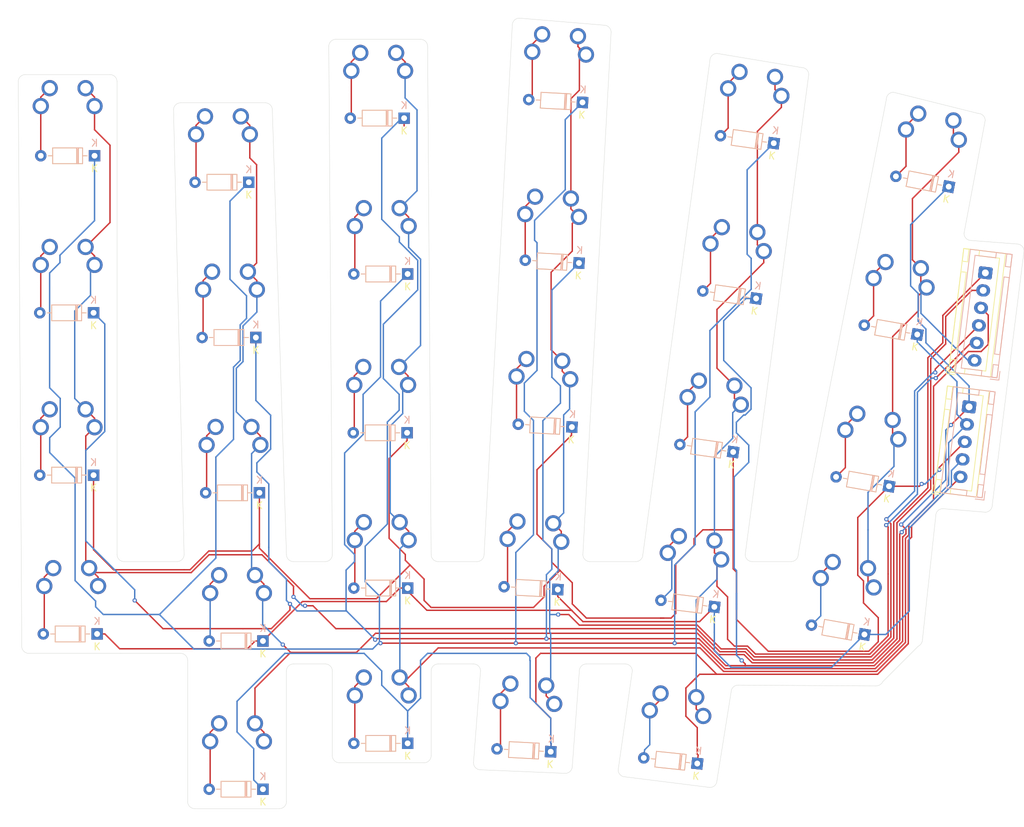
<source format=kicad_pcb>
(kicad_pcb (version 20240108) (generator "pcbnew") (generator_version "8.0")
  (layers (0 "F.Cu" signal) (31 "B.Cu" signal) (34 "B.Paste" user) (35 "F.Paste" user) (36 "B.SilkS" user "B.Silkscreen") (37 "F.SilkS" user "F.Silkscreen") (38 "B.Mask" user) (39 "F.Mask" user) (44 "Edge.Cuts" user))
  (net 0 "")
  (net 1 "COL1")
  (net 2 "Net-(D7-A)")
  (net 3 "COL5")
  (net 4 "Net-(D28-A)")
  (net 5 "COL3")
  (net 6 "Net-(D18-A)")
  (net 7 "Net-(D3-A)")
  (net 8 "COL0")
  (net 9 "ROW0")
  (net 10 "Net-(D1-A)")
  (net 11 "ROW1")
  (net 12 "Net-(D2-A)")
  (net 13 "ROW2")
  (net 14 "ROW3")
  (net 15 "Net-(D4-A)")
  (net 16 "Net-(D5-A)")
  (net 17 "Net-(D6-A)")
  (net 18 "Net-(D8-A)")
  (net 19 "Net-(D9-A)")
  (net 20 "ROW4")
  (net 21 "Net-(D10-A)")
  (net 22 "Net-(D11-A)")
  (net 23 "Net-(D12-A)")
  (net 24 "Net-(D13-A)")
  (net 25 "Net-(D14-A)")
  (net 26 "Net-(D15-A)")
  (net 27 "Net-(D16-A)")
  (net 28 "Net-(D17-A)")
  (net 29 "Net-(D19-A)")
  (net 30 "Net-(D20-A)")
  (net 31 "Net-(D21-A)")
  (net 32 "Net-(D22-A)")
  (net 33 "Net-(D23-A)")
  (net 34 "Net-(D24-A)")
  (net 35 "Net-(D25-A)")
  (net 36 "Net-(D26-A)")
  (net 37 "Net-(D27-A)")
  (net 38 "COL4")
  (net 39 "COL2")
  (footprint "PCM_marbastlib-xp-mx:SW_MX_Reversible_1u" (layer "F.Cu") (at 165 85 -10)
    (property "Reference" "G1")
    (property "Value" "MX_SW_HS" (hide yes))
  )
  (footprint "Diode_THT:D_DO-35_SOD27_P7.62mm_Horizontal" (layer "F.Cu") (at 78.67 90.75 180)
    (property "Reference" "D7" (hide yes))
    (property "Value" "1N4148" (hide yes))
  )
  (footprint "Diode_THT:D_DO-35_SOD27_P7.62mm_Horizontal" (layer "F.Cu") (at 79.17 111.75 180)
    (property "Reference" "D8" (hide yes))
    (property "Value" "1N4148" (hide yes))
  )
  (footprint "Diode_THT:D_DO-35_SOD27_P7.62mm_Horizontal" (layer "F.Cu") (at 99.67 126.25 180)
    (property "Reference" "D14" (hide yes))
    (property "Value" "1N4148" (hide yes))
  )
  (footprint "PCM_marbastlib-xp-mx:SW_MX_Reversible_1u" (layer "F.Cu") (at 96 55.5)
    (property "Reference" "W1")
    (property "Value" "MX_SW_HS" (hide yes))
  )
  (footprint "Diode_THT:D_DO-35_SOD27_P7.62mm_Horizontal" (layer "F.Cu") (at 164.3915 110.8224 170)
    (property "Reference" "D28" (hide yes))
    (property "Value" "1N4148" (hide yes))
  )
  (footprint "PCM_marbastlib-xp-mx:SW_MX_Reversible_1u" (layer "F.Cu") (at 75.5 128.5)
    (property "Reference" "GRV2")
    (property "Value" "MX_SW_HS" (hide yes))
  )
  (footprint "PCM_marbastlib-xp-mx:SW_MX_Reversible_1u" (layer "F.Cu") (at 120 54 -3)
    (property "Reference" "E1")
    (property "Value" "MX_SW_HS" (hide yes))
  )
  (footprint "PCM_marbastlib-xp-mx:SW_MX_Reversible_1u" (layer "F.Cu") (at 52 106.5)
    (property "Reference" "SHIFT1")
    (property "Value" "MX_SW_HS" (hide yes))
  )
  (footprint "PCM_marbastlib-xp-mx:SW_MX_Reversible_1u" (layer "F.Cu") (at 51.5 84)
    (property "Reference" "CAPS1")
    (property "Value" "MX_SW_HS" (hide yes))
  )
  (footprint "PCM_marbastlib-xp-mx:SW_MX_Reversible_1u" (layer "F.Cu") (at 137.5 124.5 -6)
    (property "Reference" "RGHT1")
    (property "Value" "MX_SW_HS" (hide yes))
  )
  (footprint "Diode_THT:D_DO-35_SOD27_P7.62mm_Horizontal" (layer "F.Cu") (at 55.67 110.75 180)
    (property "Reference" "D4" (hide yes))
    (property "Value" "1N4148" (hide yes))
  )
  (footprint "Diode_THT:D_DO-35_SOD27_P7.62mm_Horizontal" (layer "F.Cu") (at 99.59 82.25 180)
    (property "Reference" "D12" (hide yes))
    (property "Value" "1N4148" (hide yes))
  )
  (footprint "PCM_marbastlib-xp-mx:SW_MX_Reversible_1u" (layer "F.Cu") (at 95.5 33.5)
    (property "Reference" "TWO1")
    (property "Value" "MX_SW_HS" (hide yes))
  )
  (footprint "PCM_marbastlib-xp-mx:SW_MX_Reversible_1u" (layer "F.Cu") (at 148.5 36.5 -8)
    (property "Reference" "FOUR1")
    (property "Value" "MX_SW_HS" (hide yes))
  )
  (footprint "PCM_marbastlib-xp-mx:SW_MX_Reversible_1u" (layer "F.Cu") (at 96 122)
    (property "Reference" "SLSH1")
    (property "Value" "MX_SW_HS" (hide yes))
  )
  (footprint "PCM_marbastlib-xp-mx:SW_MX_Reversible_1u" (layer "F.Cu") (at 121 31 -3)
    (property "Reference" "THREE1")
    (property "Value" "MX_SW_HS" (hide yes))
  )
  (footprint "PCM_marbastlib-xp-mx:SW_MX_Reversible_1u" (layer "F.Cu") (at 75 86.5)
    (property "Reference" "A1")
    (property "Value" "MX_SW_HS" (hide yes))
  )
  (footprint "Diode_THT:D_DO-35_SOD27_P7.62mm_Horizontal" (layer "F.Cu") (at 176.329 47.3742 169)
    (property "Reference" "D25" (hide yes))
    (property "Value" "1N4148" (hide yes))
  )
  (footprint "Diode_THT:D_DO-35_SOD27_P7.62mm_Horizontal" (layer "F.Cu") (at 79.17 132.75 180)
    (property "Reference" "D9" (hide yes))
    (property "Value" "1N4148" (hide yes))
  )
  (footprint "Diode_THT:D_DO-35_SOD27_P7.62mm_Horizontal" (layer "F.Cu") (at 99.67 59.75 180)
    (property "Reference" "D11" (hide yes))
    (property "Value" "1N4148" (hide yes))
  )
  (footprint "Diode_THT:D_DO-35_SOD27_P7.62mm_Horizontal" (layer "F.Cu") (at 149.0428 63.2194 172)
    (property "Reference" "D21" (hide yes))
    (property "Value" "1N4148" (hide yes))
  )
  (footprint "PCM_marbastlib-xp-mx:SW_MX_Reversible_1u" (layer "F.Cu") (at 74.5 64.5)
    (property "Reference" "Q1")
    (property "Value" "MX_SW_HS" (hide yes))
  )
  (footprint "Diode_THT:D_DO-35_SOD27_P7.62mm_Horizontal" (layer "F.Cu") (at 78.17 68.75 180)
    (property "Reference" "D6" (hide yes))
    (property "Value" "1N4148" (hide yes))
  )
  (footprint "Diode_THT:D_DO-35_SOD27_P7.62mm_Horizontal" (layer "F.Cu") (at 55.17 88.25 180)
    (property "Reference" "D3" (hide yes))
    (property "Value" "1N4148" (hide yes))
  )
  (footprint "Diode_THT:D_DO-35_SOD27_P7.62mm_Horizontal" (layer "F.Cu") (at 119.9425 127.4362 177)
    (property "Reference" "D19" (hide yes))
    (property "Value" "1N4148" (hide yes))
  )
  (footprint "PCM_marbastlib-xp-mx:SW_MX_Reversible_1u" (layer "F.Cu") (at 146 58.5 -8)
    (property "Reference" "R1")
    (property "Value" "MX_SW_HS" (hide yes))
  )
  (footprint "Connector_JST:JST_XH_B5B-XH-A_1x05_P2.50mm_Vertical" (layer "F.Cu") (at 179.218694 78.574539 -97)
    (property "Reference" "ROWS1" (hide yes))
    (property "Value" "Conn_01x05" (hide yes))
  )
  (footprint "PCM_marbastlib-xp-mx:SW_MX_Reversible_1u" (layer "F.Cu") (at 51.5 61)
    (property "Reference" "TAB1")
    (property "Value" "MX_SW_HS" (hide yes))
  )
  (footprint "Diode_THT:D_DO-35_SOD27_P7.62mm_Horizontal" (layer "F.Cu") (at 151.5428 41.2194 172)
    (property "Reference" "D20" (hide yes))
    (property "Value" "1N4148" (hide yes))
  )
  (footprint "Diode_THT:D_DO-35_SOD27_P7.62mm_Horizontal" (layer "F.Cu") (at 145.7928 84.9694 172)
    (property "Reference" "D22" (hide yes))
    (property "Value" "1N4148" (hide yes))
  )
  (footprint "Diode_THT:D_DO-35_SOD27_P7.62mm_Horizontal" (layer "F.Cu") (at 171.8762 68.3227 170)
    (property "Reference" "D26" (hide yes))
    (property "Value" "1N4148" (hide yes))
  )
  (footprint "PCM_marbastlib-xp-mx:SW_MX_Reversible_1u" (layer "F.Cu") (at 118.7707 77 -3)
    (property "Reference" "D29")
    (property "Value" "MX_SW_HS" (hide yes))
  )
  (footprint "PCM_marbastlib-xp-mx:SW_MX_Reversible_1u" (layer "F.Cu") (at 142.75 80.25 -8)
    (property "Reference" "F1")
    (property "Value" "MX_SW_HS" (hide yes))
  )
  (footprint "Diode_THT:D_DO-35_SOD27_P7.62mm_Horizontal" (layer "F.Cu") (at 99.17 37.67 180)
    (property "Reference" "D10" (hide yes))
    (property "Value" "1N4148" (hide yes))
  )
  (footprint "PCM_marbastlib-xp-mx:SW_MX_Reversible_1u" (layer "F.Cu") (at 117.5003 100.0174 -3)
    (property "Reference" "C1")
    (property "Value" "MX_SW_HS" (hide yes))
  )
  (footprint "PCM_marbastlib-xp-mx:SW_MX_Reversible_1u" (layer "F.Cu") (at 96 100)
    (property "Reference" "X1")
    (property "Value" "MX_SW_HS" (hide yes))
  )
  (footprint "Diode_THT:D_DO-35_SOD27_P7.62mm_Horizontal" (layer "F.Cu") (at 55.31 43 180)
    (property "Reference" "D1" (hide yes))
    (property "Value" "1N4148" (hide yes))
  )
  (footprint "Connector_JST:JST_XH_B6B-XH-A_1x06_P2.50mm_Vertical" (layer "F.Cu") (at 181.523367 59.593174 -97)
    (property "Reference" "COLS1" (hide yes))
    (property "Value" "Conn_01x06" (hide yes))
  )
  (footprint "PCM_marbastlib-xp-mx:SW_MX_Reversible_1u" (layer "F.Cu") (at 161.5153 105.9997 -10)
    (property "Reference" "B1")
    (property "Value" "MX_SW_HS" (hide yes))
  )
  (footprint "PCM_marbastlib-xp-mx:SW_MX_Reversible_1u" (layer "F.Cu") (at 73.5 42.5)
    (property "Reference" "ONE1")
    (property "Value" "MX_SW_HS" (hide yes))
  )
  (footprint "Diode_THT:D_DO-35_SOD27_P7.62mm_Horizontal" (layer "F.Cu") (at 122.9425 81.4362 177)
    (property "Reference" "D17" (hide yes))
    (property "Value" "1N4148" (hide yes))
  )
  (footprint "PCM_marbastlib-xp-mx:SW_MX_Reversible_1u" (layer "F.Cu") (at 95.92 78)
    (property "Reference" "S1")
    (property "Value" "MX_SW_HS" (hide yes))
  )
  (footprint "Diode_THT:D_DO-35_SOD27_P7.62mm_Horizontal" (layer "F.Cu") (at 143.1247 106.9156 173)
    (property "Reference" "D23" (hide yes))
    (property "Value" "1N4148" (hide yes))
  )
  (footprint "Diode_THT:D_DO-35_SOD27_P7.62mm_Horizontal" (layer "F.Cu") (at 140.7056 129.1103 174)
    (property "Reference" "D24" (hide yes))
    (property "Value" "1N4148" (hide yes))
  )
  (footprint "Diode_THT:D_DO-35_SOD27_P7.62mm_Horizontal" (layer "F.Cu") (at 124.4425 35.4362 177)
    (property "Reference" "D15" (hide yes))
    (property "Value" "1N4148" (hide yes))
  )
  (footprint "Diode_THT:D_DO-35_SOD27_P7.62mm_Horizontal" (layer "F.Cu") (at 99.67 104.25 180)
    (property "Reference" "D13" (hide yes))
    (property "Value" "1N4148" (hide yes))
  )
  (footprint "Diode_THT:D_DO-35_SOD27_P7.62mm_Horizontal" (layer "F.Cu") (at 77.17 46.75 180)
    (property "Reference" "D5" (hide yes))
    (property "Value" "1N4148" (hide yes))
  )
  (footprint "Diode_THT:D_DO-35_SOD27_P7.62mm_Horizontal" (layer "F.Cu") (at 120.9428 104.4537 177)
    (property "Reference" "D18" (hide yes))
    (property "Value" "1N4148" (hide yes))
  )
  (footprint "PCM_marbastlib-xp-mx:SW_MX_Reversible_1u" (layer "F.Cu") (at 51.5 38.5)
    (property "Reference" "EQL1")
    (property "Value" "MX_SW_HS" (hide yes))
  )
  (footprint "PCM_marbastlib-xp-mx:SW_MX_Reversible_1u" (layer "F.Cu") (at 173.5374 42.502 -11)
    (property "Reference" "FIVE1")
    (property "Value" "MX_SW_HS" (hide yes))
  )
  (footprint "PCM_marbastlib-xp-mx:SW_MX_Reversible_1u" (layer "F.Cu") (at 116.5 123 -3)
    (property "Reference" "LEFT1")
    (property "Value" "MX_SW_HS" (hide yes))
  )
  (footprint "Diode_THT:D_DO-35_SOD27_P7.62mm_Horizontal" (layer "F.Cu") (at 167.8762 89.8227 170)
    (property "Reference" "D27" (hide yes))
    (property "Value" "1N4148" (hide yes))
  )
  (footprint "Diode_THT:D_DO-35_SOD27_P7.62mm_Horizontal" (layer "F.Cu") (at 123.9444 58.197 177)
    (property "Reference" "D16" (hide yes))
    (property "Value" "1N4148" (hide yes))
  )
  (footprint "PCM_marbastlib-xp-mx:SW_MX_Reversible_1u" (layer "F.Cu") (at 140 102.25 -7)
    (property "Reference" "V1")
    (property "Value" "MX_SW_HS" (hide yes))
  )
  (footprint "PCM_marbastlib-xp-mx:SW_MX_Reversible_1u" (layer "F.Cu") (at 169 63.5 -10)
    (property "Reference" "T1")
    (property "Value" "MX_SW_HS" (hide yes))
  )
  (footprint "Diode_THT:D_DO-35_SOD27_P7.62mm_Horizontal" (layer "F.Cu") (at 55.17 65.25 180)
    (property "Reference" "D2" (hide yes))
    (property "Value" "1N4148" (hide yes))
  )
  (footprint "PCM_marbastlib-xp-mx:SW_MX_Reversible_1u" (layer "F.Cu") (at 75.5 107.5)
    (property "Reference" "Z1")
    (property "Value" "MX_SW_HS" (hide yes))
  )
  (footprint "Connector_JST:JST_XH_B6B-XH-A_1x06_P2.50mm_Vertical" (layer "B.Cu") (at 181.523367 59.593174 -97)
    (property "Reference" "COLS1" (hide yes))
    (property "Value" "Conn_01x06" (hide yes))
  )
  (footprint "Diode_THT:D_DO-35_SOD27_P7.62mm_Horizontal" (layer "B.Cu") (at 120.942808 104.45371 177)
    (property "Reference" "D18" (hide yes))
    (property "Value" "1N4148" (hide yes))
  )
  (footprint "Diode_THT:D_DO-35_SOD27_P7.62mm_Horizontal" (layer "B.Cu") (at 99.17 37.67 180)
    (property "Reference" "D10" (hide yes))
    (property "Value" "1N4148" (hide yes))
  )
  (footprint "Diode_THT:D_DO-35_SOD27_P7.62mm_Horizontal" (layer "B.Cu") (at 55.17 88.25 180)
    (property "Reference" "D3" (hide yes))
    (property "Value" "1N4148" (hide yes))
  )
  (footprint "Diode_THT:D_DO-35_SOD27_P7.62mm_Horizontal" (layer "B.Cu") (at 123.944408 58.19701 177)
    (property "Reference" "D16" (hide yes))
    (property "Value" "1N4148" (hide yes))
  )
  (footprint "Diode_THT:D_DO-35_SOD27_P7.62mm_Horizontal" (layer "B.Cu") (at 167.876204 89.822708 170)
    (property "Reference" "D27" (hide yes))
    (property "Value" "1N4148" (hide yes))
  )
  (footprint "Diode_THT:D_DO-35_SOD27_P7.62mm_Horizontal" (layer "B.Cu") (at 77.17 46.75 180)
    (property "Reference" "D5" (hide yes))
    (property "Value" "1N4148" (hide yes))
  )
  (footprint "Diode_THT:D_DO-35_SOD27_P7.62mm_Horizontal" (layer "B.Cu") (at 119.942508 127.43621 177)
    (property "Reference" "D19" (hide yes))
    (property "Value" "1N4148" (hide yes))
  )
  (footprint "Diode_THT:D_DO-35_SOD27_P7.62mm_Horizontal" (layer "B.Cu") (at 164.391504 110.822408 170)
    (property "Reference" "D28" (hide yes))
    (property "Value" "1N4148" (hide yes))
  )
  (footprint "Diode_THT:D_DO-35_SOD27_P7.62mm_Horizontal" (layer "B.Cu") (at 99.59 82.25 180)
    (property "Reference" "D12" (hide yes))
    (property "Value" "1N4148" (hide yes))
  )
  (footprint "Diode_THT:D_DO-35_SOD27_P7.62mm_Horizontal" (layer "B.Cu") (at 143.124706 106.91561 173)
    (property "Reference" "D23" (hide yes))
    (property "Value" "1N4148" (hide yes))
  )
  (footprint "Diode_THT:D_DO-35_SOD27_P7.62mm_Horizontal" (layer "B.Cu") (at 145.792805 84.96941 172)
    (property "Reference" "D22" (hide yes))
    (property "Value" "1N4148" (hide yes))
  )
  (footprint "Diode_THT:D_DO-35_SOD27_P7.62mm_Horizontal" (layer "B.Cu") (at 55.31 43 180)
    (property "Reference" "D1" (hide yes))
    (property "Value" "1N4148" (hide yes))
  )
  (footprint "Diode_THT:D_DO-35_SOD27_P7.62mm_Horizontal" (layer "B.Cu") (at 99.67 104.25 180)
    (property "Reference" "D13" (hide yes))
    (property "Value" "1N4148" (hide yes))
  )
  (footprint "Diode_THT:D_DO-35_SOD27_P7.62mm_Horizontal" (layer "B.Cu") (at 78.17 68.75 180)
    (property "Reference" "D6" (hide yes))
    (property "Value" "1N4148" (hide yes))
  )
  (footprint "Diode_THT:D_DO-35_SOD27_P7.62mm_Horizontal" (layer "B.Cu") (at 171.876204 68.322708 170)
    (property "Reference" "D26" (hide yes))
    (property "Value" "1N4148" (hide yes))
  )
  (footprint "Diode_THT:D_DO-35_SOD27_P7.62mm_Horizontal" (layer "B.Cu") (at 99.67 126.25 180)
    (property "Reference" "D14" (hide yes))
    (property "Value" "1N4148" (hide yes))
  )
  (footprint "Diode_THT:D_DO-35_SOD27_P7.62mm_Horizontal" (layer "B.Cu") (at 55.67 110.75 180)
    (property "Reference" "D4" (hide yes))
    (property "Value" "1N4148" (hide yes))
  )
  (footprint "Diode_THT:D_DO-35_SOD27_P7.62mm_Horizontal" (layer "B.Cu") (at 140.705606 129.11031 174)
    (property "Reference" "D24" (hide yes))
    (property "Value" "1N4148" (hide yes))
  )
  (footprint "Diode_THT:D_DO-35_SOD27_P7.62mm_Horizontal" (layer "B.Cu") (at 176.329004 47.374208 169)
    (property "Reference" "D25" (hide yes))
    (property "Value" "1N4148" (hide yes))
  )
  (footprint "Diode_THT:D_DO-35_SOD27_P7.62mm_Horizontal" (layer "B.Cu") (at 99.67 59.75 180)
    (property "Reference" "D11" (hide yes))
    (property "Value" "1N4148" (hide yes))
  )
  (footprint "Diode_THT:D_DO-35_SOD27_P7.62mm_Horizontal" (layer "B.Cu") (at 151.542805 41.21941 172)
    (property "Reference" "D20" (hide yes))
    (property "Value" "1N4148" (hide yes))
  )
  (footprint "Diode_THT:D_DO-35_SOD27_P7.62mm_Horizontal" (layer "B.Cu") (at 78.67 90.75 180)
    (property "Reference" "D7" (hide yes))
    (property "Value" "1N4148" (hide yes))
  )
  (footprint "Diode_THT:D_DO-35_SOD27_P7.62mm_Horizontal" (layer "B.Cu") (at 79.17 132.75 180)
    (property "Reference" "D9" (hide yes))
    (property "Value" "1N4148" (hide yes))
  )
  (footprint "Diode_THT:D_DO-35_SOD27_P7.62mm_Horizontal" (layer "B.Cu") (at 124.442508 35.43621 177)
    (property "Reference" "D15" (hide yes))
    (property "Value" "1N4148" (hide yes))
  )
  (footprint "Connector_JST:JST_XH_B5B-XH-A_1x05_P2.50mm_Vertical" (layer "B.Cu") (at 179.218694 78.574539 -97)
    (property "Reference" "ROWS1" (hide yes))
    (property "Value" "Conn_01x05" (hide yes))
  )
  (footprint "Diode_THT:D_DO-35_SOD27_P7.62mm_Horizontal" (layer "B.Cu") (at 122.942508 81.43621 177)
    (property "Reference" "D17" (hide yes))
    (property "Value" "1N4148" (hide yes))
  )
  (footprint "Diode_THT:D_DO-35_SOD27_P7.62mm_Horizontal" (layer "B.Cu") (at 79.17 111.75 180)
    (property "Reference" "D8" (hide yes))
    (property "Value" "1N4148" (hide yes))
  )
  (footprint "Diode_THT:D_DO-35_SOD27_P7.62mm_Horizontal" (layer "B.Cu") (at 149.042805 63.21941 172)
    (property "Reference" "D21" (hide yes))
    (property "Value" "1N4148" (hide yes))
  )
  (footprint "Diode_THT:D_DO-35_SOD27_P7.62mm_Horizontal" (layer "B.Cu") (at 55.17 65.25 180)
    (property "Reference" "D2" (hide yes))
    (property "Value" "1N4148" (hide yes))
  )
  (gr_line (start 155 99.5) (end 156.5 91) (stroke (width 0.05)) (layer "Edge.Cuts"))
  (gr_line (start 181.5 93.5) (end 175.5 93) (stroke (width 0.05)) (layer "Edge.Cuts"))
  (gr_arc (start 67.5 113.5) (mid 68.207107 113.792893) (end 68.5 114.5) (stroke (width 0.05)) (layer "Edge.Cuts"))
  (gr_arc (start 127.5 24.5) (mid 128.207107 24.792893) (end 128.5 25.5) (stroke (width 0.05)) (layer "Edge.Cuts"))
  (gr_arc (start 88 115) (mid 88.707107 115.292893) (end 89 116) (stroke (width 0.05)) (layer "Edge.Cuts"))
  (gr_arc (start 180.5 37) (mid 181.207107 37.292893) (end 181.5 38) (stroke (width 0.05)) (layer "Edge.Cuts"))
  (gr_line (start 148.5 100.5) (end 154 100.5) (stroke (width 0.05)) (layer "Edge.Cuts"))
  (gr_line (start 186 55.5) (end 179.5 55) (stroke (width 0.05)) (layer "Edge.Cuts"))
  (gr_line (start 124.5 99.5) (end 128.5 25.5) (stroke (width 0.05)) (layer "Edge.Cuts"))
  (gr_line (start 67.5 35.5) (end 79.5 35.5) (stroke (width 0.05)) (layer "Edge.Cuts"))
  (gr_line (start 68 99.5) (end 66.5 36.5) (stroke (width 0.05)) (layer "Edge.Cuts"))
  (gr_arc (start 174.5 94) (mid 174.792893 93.292893) (end 175.5 93) (stroke (width 0.05)) (layer "Edge.Cuts"))
  (gr_arc (start 182.5 92.5) (mid 182.207107 93.207107) (end 181.5 93.5) (stroke (width 0.05)) (layer "Edge.Cuts"))
  (gr_arc (start 155 99.5) (mid 154.707107 100.207107) (end 154 100.5) (stroke (width 0.05)) (layer "Edge.Cuts"))
  (gr_arc (start 89 99.5) (mid 88.707107 100.207107) (end 88 100.5) (stroke (width 0.05)) (layer "Edge.Cuts"))
  (gr_arc (start 110.5 99.5) (mid 110.207107 100.207107) (end 109.5 100.5) (stroke (width 0.05)) (layer "Edge.Cuts"))
  (gr_line (start 180.5 37) (end 168.5 34) (stroke (width 0.05)) (layer "Edge.Cuts"))
  (gr_arc (start 143.5 131.5) (mid 143.207107 132.207107) (end 142.5 132.5) (stroke (width 0.05)) (layer "Edge.Cuts"))
  (gr_line (start 68.5 114.5) (end 68.5 134.5) (stroke (width 0.05)) (layer "Edge.Cuts"))
  (gr_arc (start 59.5 100.5) (mid 58.792893 100.207107) (end 58.5 99.5) (stroke (width 0.05)) (layer "Edge.Cuts"))
  (gr_arc (start 125.5 100.5) (mid 124.792893 100.207107) (end 124.5 99.5) (stroke (width 0.05)) (layer "Edge.Cuts"))
  (gr_line (start 82.5 134.5) (end 82.5 116) (stroke (width 0.05)) (layer "Edge.Cuts"))
  (gr_arc (start 82.5 134.5) (mid 82.207107 135.207107) (end 81.5 135.5) (stroke (width 0.05)) (layer "Edge.Cuts"))
  (gr_line (start 125.5 100.5) (end 132 100.5) (stroke (width 0.05)) (layer "Edge.Cuts"))
  (gr_arc (start 90 129) (mid 89.292893 128.707107) (end 89 128) (stroke (width 0.05)) (layer "Edge.Cuts"))
  (gr_arc (start 148.5 100.5) (mid 147.792893 100.207107) (end 147.5 99.5) (stroke (width 0.05)) (layer "Edge.Cuts"))
  (gr_line (start 104 115) (end 109 115) (stroke (width 0.05)) (layer "Edge.Cuts"))
  (gr_arc (start 130.5 131) (mid 129.792893 130.707107) (end 129.5 130) (stroke (width 0.05)) (layer "Edge.Cuts"))
  (gr_arc (start 103 116) (mid 103.292893 115.292893) (end 104 115) (stroke (width 0.05)) (layer "Edge.Cuts"))
  (gr_arc (start 101.5 26.5) (mid 102.207107 26.792893) (end 102.5 27.5) (stroke (width 0.05)) (layer "Edge.Cuts"))
  (gr_arc (start 109 115) (mid 109.707107 115.292893) (end 110 116) (stroke (width 0.05)) (layer "Edge.Cuts"))
  (gr_line (start 110 116) (end 109 129) (stroke (width 0.05)) (layer "Edge.Cuts"))
  (gr_line (start 123 129.5) (end 124 116) (stroke (width 0.05)) (layer "Edge.Cuts"))
  (gr_line (start 59 113.5) (end 67.5 113.5) (stroke (width 0.05)) (layer "Edge.Cuts"))
  (gr_arc (start 104 100.5) (mid 103.292893 100.207107) (end 103 99.5) (stroke (width 0.05)) (layer "Edge.Cuts"))
  (gr_line (start 59 113.5) (end 46 113.5) (stroke (width 0.05)) (layer "Edge.Cuts"))
  (gr_arc (start 57.5 31.5) (mid 58.207107 31.792893) (end 58.5 32.5) (stroke (width 0.05)) (layer "Edge.Cuts"))
  (gr_line (start 83.5 115) (end 88 115) (stroke (width 0.05)) (layer "Edge.Cuts"))
  (gr_arc (start 110 130) (mid 109.292893 129.707107) (end 109 129) (stroke (width 0.05)) (layer "Edge.Cuts"))
  (gr_arc (start 166.999999 117.5) (mid 166.587785 117.951056) (end 166 118.118033) (stroke (width 0.05)) (layer "Edge.Cuts"))
  (gr_line (start 125 115) (end 130.5 115) (stroke (width 0.05)) (layer "Edge.Cuts"))
  (gr_arc (start 142.5 29.5) (mid 142.792893 28.792893) (end 143.5 28.5) (stroke (width 0.05)) (layer "Edge.Cuts"))
  (gr_line (start 174.5 94) (end 172.618033 111.5) (stroke (width 0.05)) (layer "Edge.Cuts"))
  (gr_line (start 102.5 27.5) (end 103 99.5) (stroke (width 0.05)) (layer "Edge.Cuts"))
  (gr_arc (start 68 99.5) (mid 67.707107 100.207107) (end 67 100.5) (stroke (width 0.05)) (layer "Edge.Cuts"))
  (gr_arc (start 133 99.5) (mid 132.707107 100.207107) (end 132 100.5) (stroke (width 0.05)) (layer "Edge.Cuts"))
  (gr_line (start 58.5 32.5) (end 58.5 99.5) (stroke (width 0.05)) (layer "Edge.Cuts"))
  (gr_line (start 104 100.5) (end 109.5 100.5) (stroke (width 0.05)) (layer "Edge.Cuts"))
  (gr_line (start 131.5 116) (end 129.5 130) (stroke (width 0.05)) (layer "Edge.Cuts"))
  (gr_line (start 89.5 26.5) (end 101.5 26.5) (stroke (width 0.05)) (layer "Edge.Cuts"))
  (gr_arc (start 155.5 30.5) (mid 156.207107 30.792893) (end 156.5 31.5) (stroke (width 0.05)) (layer "Edge.Cuts"))
  (gr_arc (start 124 116) (mid 124.292893 115.292893) (end 125 115) (stroke (width 0.05)) (layer "Edge.Cuts"))
  (gr_line (start 90 129) (end 102 129) (stroke (width 0.05)) (layer "Edge.Cuts"))
  (gr_arc (start 167.5 35) (mid 167.792893 34.292893) (end 168.5 34) (stroke (width 0.05)) (layer "Edge.Cuts"))
  (gr_line (start 45.5 31.5) (end 57.5 31.5) (stroke (width 0.05)) (layer "Edge.Cuts"))
  (gr_arc (start 114.5 24.5) (mid 114.792893 23.792893) (end 115.5 23.5) (stroke (width 0.05)) (layer "Edge.Cuts"))
  (gr_arc (start 179.5 55) (mid 178.792893 54.707107) (end 178.5 54) (stroke (width 0.05)) (layer "Edge.Cuts"))
  (gr_arc (start 79.5 35.5) (mid 80.207107 35.792893) (end 80.5 36.5) (stroke (width 0.05)) (layer "Edge.Cuts"))
  (gr_line (start 69.5 135.5) (end 81.5 135.5) (stroke (width 0.05)) (layer "Edge.Cuts"))
  (gr_line (start 130.5 131) (end 142.5 132.5) (stroke (width 0.05)) (layer "Edge.Cuts"))
  (gr_line (start 182.5 92.5) (end 187 56.5) (stroke (width 0.05)) (layer "Edge.Cuts"))
  (gr_line (start 45 112.5) (end 44.5 32.5) (stroke (width 0.05)) (layer "Edge.Cuts"))
  (gr_arc (start 82.5 116) (mid 82.792893 115.292893) (end 83.5 115) (stroke (width 0.05)) (layer "Edge.Cuts"))
  (gr_line (start 89 116) (end 89 128) (stroke (width 0.05)) (layer "Edge.Cuts"))
  (gr_line (start 127.5 24.5) (end 115.5 23.5) (stroke (width 0.05)) (layer "Edge.Cuts"))
  (gr_arc (start 130.5 115) (mid 131.207107 115.292893) (end 131.5 116) (stroke (width 0.05)) (layer "Edge.Cuts"))
  (gr_line (start 80.5 36.5) (end 82.5 99.5) (stroke (width 0.05)) (layer "Edge.Cuts"))
  (gr_line (start 178.5 54) (end 181.5 38) (stroke (width 0.05)) (layer "Edge.Cuts"))
  (gr_line (start 89 99.5) (end 88.5 27.5) (stroke (width 0.05)) (layer "Edge.Cuts"))
  (gr_arc (start 66.5 36.5) (mid 66.792893 35.792893) (end 67.5 35.5) (stroke (width 0.05)) (layer "Edge.Cuts"))
  (gr_line (start 110.5 99.5) (end 114.5 24.5) (stroke (width 0.05)) (layer "Edge.Cuts"))
  (gr_line (start 110 130) (end 122 130.5) (stroke (width 0.05)) (layer "Edge.Cuts"))
  (gr_arc (start 145.5 119) (mid 145.792893 118.292893) (end 146.5 118) (stroke (width 0.05)) (layer "Edge.Cuts"))
  (gr_line (start 83.5 100.5) (end 88 100.5) (stroke (width 0.05)) (layer "Edge.Cuts"))
  (gr_arc (start 172.618033 111.5) (mid 172.451056 112.087785) (end 172 112.499999) (stroke (width 0.05)) (layer "Edge.Cuts"))
  (gr_line (start 103 128) (end 103 116) (stroke (width 0.05)) (layer "Edge.Cuts"))
  (gr_arc (start 186 55.5) (mid 186.707107 55.792893) (end 187 56.5) (stroke (width 0.05)) (layer "Edge.Cuts"))
  (gr_line (start 143.5 28.5) (end 155.5 30.5) (stroke (width 0.05)) (layer "Edge.Cuts"))
  (gr_line (start 67 100.5) (end 59.5 100.5) (stroke (width 0.05)) (layer "Edge.Cuts"))
  (gr_arc (start 103 128) (mid 102.707107 128.707107) (end 102 129) (stroke (width 0.05)) (layer "Edge.Cuts"))
  (gr_arc (start 44.5 32.5) (mid 44.792893 31.792893) (end 45.5 31.5) (stroke (width 0.05)) (layer "Edge.Cuts"))
  (gr_line (start 172 112.499999) (end 166.999999 117.5) (stroke (width 0.05)) (layer "Edge.Cuts"))
  (gr_line (start 167.5 35) (end 156.5 91) (stroke (width 0.05)) (layer "Edge.Cuts"))
  (gr_line (start 133 99.5) (end 142.5 29.5) (stroke (width 0.05)) (layer "Edge.Cuts"))
  (gr_arc (start 123 129.5) (mid 122.707107 130.207107) (end 122 130.5) (stroke (width 0.05)) (layer "Edge.Cuts"))
  (gr_arc (start 88.5 27.5) (mid 88.792893 26.792893) (end 89.5 26.5) (stroke (width 0.05)) (layer "Edge.Cuts"))
  (gr_line (start 143.5 131.5) (end 145.5 119) (stroke (width 0.05)) (layer "Edge.Cuts"))
  (gr_arc (start 83.5 100.5) (mid 82.792893 100.207107) (end 82.5 99.5) (stroke (width 0.05)) (layer "Edge.Cuts"))
  (gr_line (start 166 118.118033) (end 146.5 118) (stroke (width 0.05)) (layer "Edge.Cuts"))
  (gr_line (start 156.5 31.5) (end 147.5 99.5) (stroke (width 0.05)) (layer "Edge.Cuts"))
  (gr_arc (start 69.5 135.5) (mid 68.792893 135.207107) (end 68.5 134.5) (stroke (width 0.05)) (layer "Edge.Cuts"))
  (gr_arc (start 46 113.5) (mid 45.292893 113.207107) (end 45 112.5) (stroke (width 0.05)) (layer "Edge.Cuts"))
  (segment (start 83.0887 113.3682) (end 92.4149 113.3682) (width 0.2) (layer "F.Cu") (net 1))
  (segment (start 78.27 44.27) (end 77.31 43.31) (width 0.2) (layer "F.Cu") (net 1))
  (segment (start 140.732672 110.6583) (end 143.745442 113.67107) (width 0.2) (layer "F.Cu") (net 1))
  (segment (start 77.54 81.42) (end 78.81 82.69) (width 0.2) (layer "F.Cu") (net 1))
  (segment (start 77.57 101.95) (end 78.04 102.42) (width 0.2) (layer "F.Cu") (net 1))
  (segment (start 78.04 123.42) (end 79.31 124.69) (width 0.2) (layer "F.Cu") (net 1))
  (segment (start 78.04 118.4169) (end 78.04 123.42) (width 0.2) (layer "F.Cu") (net 1))
  (segment (start 78.27 58.19) (end 78.27 44.27) (width 0.2) (layer "F.Cu") (net 1))
  (segment (start 169 111.462744) (end 169 95) (width 0.2) (layer "F.Cu") (net 1))
  (segment (start 118.7344 110.6587) (end 118.7348 110.6583) (width 0.2) (layer "F.Cu") (net 1))
  (segment (start 77.31 38.69) (end 77.31 39.96) (width 0.2) (layer "F.Cu") (net 1))
  (segment (start 92.4149 113.3682) (end 95.1244 110.6587) (width 0.2) (layer "F.Cu") (net 1))
  (segment (start 78.81 82.69) (end 78.81 83.96) (width 0.2) (layer "F.Cu") (net 1))
  (segment (start 77.07 80.95) (end 77.54 81.42) (width 0.2) (layer "F.Cu") (net 1))
  (segment (start 77.04 59.42) (end 78.31 60.69) (width 0.2) (layer "F.Cu") (net 1))
  (segment (start 76.04 37.42) (end 77.31 38.69) (width 0.2) (layer "F.Cu") (net 1))
  (segment (start 175.9 65.782227) (end 179.607687 62.07454) (width 0.2) (layer "F.Cu") (net 1))
  (segment (start 169 95) (end 173.782843 90.217157) (width 0.2) (layer "F.Cu") (net 1))
  (segment (start 173.782843 71.782843) (end 175.9 69.665686) (width 0.2) (layer "F.Cu") (net 1))
  (segment (start 147.32893 113.67107) (end 148.5 114.84214) (width 0.2) (layer "F.Cu") (net 1))
  (segment (start 78.31 60.69) (end 78.31 61.96) (width 0.2) (layer "F.Cu") (net 1))
  (segment (start 77.04 59.42) (end 78.27 58.19) (width 0.2) (layer "F.Cu") (net 1))
  (segment (start 143.745442 113.67107) (end 147.32893 113.67107) (width 0.2) (layer "F.Cu") (net 1))
  (segment (start 77.31 43.31) (end 77.31 39.96) (width 0.2) (layer "F.Cu") (net 1))
  (segment (start 148.5 114.84214) (end 165.620604 114.84214) (width 0.2) (layer "F.Cu") (net 1))
  (segment (start 165.620604 114.84214) (end 169 111.462744) (width 0.2) (layer "F.Cu") (net 1))
  (segment (start 79.31 124.69) (end 79.31 125.96) (width 0.2) (layer "F.Cu") (net 1))
  (segment (start 83.0887 113.3682) (end 81.9826 112.2621) (width 0.2) (layer "F.Cu") (net 1))
  (segment (start 118.7348 110.6583) (end 140.732672 110.6583) (width 0.2) (layer "F.Cu") (net 1))
  (segment (start 83.0887 113.3682) (end 78.04 118.4169) (width 0.2) (layer "F.Cu") (net 1))
  (segment (start 95.1244 110.6587) (end 118.7344 110.6587) (width 0.2) (layer "F.Cu") (net 1))
  (segment (start 175.9 69.665686) (end 175.9 65.782227) (width 0.2) (layer "F.Cu") (net 1))
  (segment (start 78.04 102.42) (end 79.31 103.69) (width 0.2) (layer "F.Cu") (net 1))
  (segment (start 179.607687 62.07454) (end 181.218694 62.07454) (width 0.2) (layer "F.Cu") (net 1))
  (segment (start 173.782843 90.217157) (end 173.782843 71.782843) (width 0.2) (layer "F.Cu") (net 1))
  (segment (start 79.31 103.69) (end 79.31 104.96) (width 0.2) (layer "F.Cu") (net 1))
  (via (at 81.9826 112.2621) (size 0.6) (drill 0.3) (layers "F.Cu" "B.Cu") (net 1))
  (segment (start 77.5601 85.2099) (end 78.81 83.96) (width 0.2) (layer "B.Cu") (net 1))
  (segment (start 79.31 104.96) (end 79.1279 105.1421) (width 0.2) (layer "B.Cu") (net 1))
  (segment (start 77.5601 101.9401) (end 77.5601 85.2099) (width 0.2) (layer "B.Cu") (net 1))
  (segment (start 75.4 79.28) (end 77.54 81.42) (width 0.2) (layer "B.Cu") (net 1))
  (segment (start 79.1279 109.4074) (end 81.9826 112.2621) (width 0.2) (layer "B.Cu") (net 1))
  (segment (start 75.4 73.110886) (end 75.4 79.28) (width 0.2) (layer "B.Cu") (net 1))
  (segment (start 77.2439 66.212186) (end 78.31 65.146086) (width 0.2) (layer "B.Cu") (net 1))
  (segment (start 77.2439 66.212186) (end 77.009585 66.4465) (width 0.2) (layer "B.Cu") (net 1))
  (segment (start 78.04 102.42) (end 77.5601 101.9401) (width 0.2) (layer "B.Cu") (net 1))
  (segment (start 78.31 65.146086) (end 78.31 61.96) (width 0.2) (layer "B.Cu") (net 1))
  (segment (start 76.3452 67.110885) (end 76.3452 72.165686) (width 0.2) (layer "B.Cu") (net 1))
  (segment (start 77.009585 66.4465) (end 76.3452 67.110885) (width 0.2) (layer "B.Cu") (net 1))
  (segment (start 79.1279 105.1421) (end 79.1279 109.4074) (width 0.2) (layer "B.Cu") (net 1))
  (segment (start 76.3452 72.165686) (end 75.4 73.110886) (width 0.2) (layer "B.Cu") (net 1))
  (segment (start 71.19 90.61) (end 71.05 90.75) (width 0.2) (layer "F.Cu") (net 2))
  (segment (start 71.19 83.96) (end 71.19 90.61) (width 0.2) (layer "F.Cu") (net 2))
  (segment (start 71.19 82.69) (end 71.19 83.96) (width 0.2) (layer "F.Cu") (net 2))
  (segment (start 72.46 81.42) (end 71.19 82.69) (width 0.2) (layer "F.Cu") (net 2))
  (segment (start 164.899 101.438) (end 164.899 103.35) (width 0.2) (layer "F.Cu") (net 3))
  (segment (start 172.89 61.357) (end 173.193 61.6602) (width 0.2) (layer "F.Cu") (net 3))
  (segment (start 177 38) (end 177 39.9737) (width 0.2) (layer "F.Cu") (net 3))
  (segment (start 168.384 82.3506) (end 168.7885 82.7554) (width 0.2) (layer "F.Cu") (net 3))
  (segment (start 172.384 58.9382) (end 172.384 60.8506) (width 0.2) (layer "F.Cu") (net 3))
  (segment (start 168.7885 82.7554) (end 169.193 83.1602) (width 0.2) (layer "F.Cu") (net 3))
  (segment (start 168.384 80.4382) (end 168.3835 80.4382) (width 0.2) (layer "F.Cu") (net 3))
  (segment (start 171.1935 57.748198) (end 171.1935 52) (width 0.2) (layer "F.Cu") (net 3))
  (segment (start 168.7885 82.7554) (end 169.1932 83.1601) (width 0.2) (layer "F.Cu") (net 3))
  (segment (start 171.1935 49.069463) (end 171.1935 52) (width 0.2) (layer "F.Cu") (net 3))
  (segment (start 165.7085 104.1599) (end 165.7081 104.1599) (width 0.2) (layer "F.Cu") (net 3))
  (segment (start 164.899 103.35) (end 165.708 104.16) (width 0.2) (layer "F.Cu") (net 3))
  (segment (start 164.8989 101.4379) (end 164.899 101.438) (width 0.2) (layer "F.Cu") (net 3))
  (segment (start 177.762054 42.500909) (end 171.1935 49.069463) (width 0.2) (layer "F.Cu") (net 3))
  (segment (start 168.384 80.4382) (end 168.384 82.3506) (width 0.2) (layer "F.Cu") (net 3))
  (segment (start 172.383545 58.938243) (end 171.1935 57.748198) (width 0.2) (layer "F.Cu") (net 3))
  (segment (start 168.383545 68.616455) (end 172.043184 64.956816) (width 0.2) (layer "F.Cu") (net 3))
  (segment (start 172.043184 62.810189) (end 172.043184 64.956816) (width 0.2) (layer "F.Cu") (net 3))
  (segment (start 177.762054 40.73565) (end 177.762054 42.500909) (width 0.2) (layer "F.Cu") (net 3))
  (segment (start 168.383545 80.438243) (end 168.383545 68.616455) (width 0.2) (layer "F.Cu") (net 3))
  (segment (start 169.1932 83.1601) (end 169.1932 83.1602) (width 0.2) (layer "F.Cu") (net 3))
  (segment (start 164.8988 101.4379) (end 164.8989 101.4379) (width 0.2) (layer "F.Cu") (net 3))
  (segment (start 173.193184 61.660189) (end 172.043184 62.810189) (width 0.2) (layer "F.Cu") (net 3))
  (segment (start 165.7081 104.1599) (end 165.708 104.16) (width 0.2) (layer "F.Cu") (net 3))
  (segment (start 165.0603 101.2767) (end 164.899 101.438) (width 0.2) (layer "F.Cu") (net 3))
  (segment (start 172.384 60.8506) (end 172.89 61.357) (width 0.2) (layer "F.Cu") (net 3))
  (segment (start 172.3835 58.9382) (end 172.384 58.9382) (width 0.2) (layer "F.Cu") (net 3))
  (segment (start 177 39.9737) (end 177.762 40.7357) (width 0.2) (layer "F.Cu") (net 3))
  (segment (start 180 72) (end 179.074068 72) (width 0.2) (layer "B.Cu") (net 3))
  (segment (start 164.8988 90.6891) (end 168.5761 87.0118) (width 0.2) (layer "B.Cu") (net 3))
  (segment (start 164.8988 96) (end 164.8988 90.6891) (width 0.2) (layer "B.Cu") (net 3))
  (segment (start 172.4 65.325932) (end 172.4 62.453373) (width 0.2) (layer "B.Cu") (net 3))
  (segment (start 164.898845 96.000045) (end 164.8988 96) (width 0.2) (layer "B.Cu") (net 3))
  (segment (start 172.4 62.453373) (end 173.193184 61.660189) (width 0.2) (layer "B.Cu") (net 3))
  (segment (start 164.898845 101.437943) (end 164.898845 96.000045) (width 0.2) (layer "B.Cu") (net 3))
  (segment (start 168.5761 83.7773) (end 169.1932 83.1602) (width 0.2) (layer "B.Cu") (net 3))
  (segment (start 168.5761 87.0118) (end 168.5761 83.7773) (width 0.2) (layer "B.Cu") (net 3))
  (segment (start 179.074068 72) (end 172.4 65.325932) (width 0.2) (layer "B.Cu") (net 3))
  (segment (start 159.896 100.5558) (end 159.896 100.556) (width 0.2) (layer "F.Cu") (net 4))
  (segment (start 158.204 102.9519) (end 158.2042 102.9517) (width 0.2) (layer "F.Cu") (net 4))
  (segment (start 158.2042 102.9517) (end 158.2042 102.8367) (width 0.2) (layer "F.Cu") (net 4))
  (segment (start 156.8873 109.4987) (end 156.8873 109.4992) (width 0.2) (layer "F.Cu") (net 4))
  (segment (start 159.896 100.556) (end 158.204 102.248) (width 0.2) (layer "F.Cu") (net 4))
  (segment (start 158.204 102.248) (end 158.204 102.9519) (width 0.2) (layer "F.Cu") (net 4))
  (segment (start 156.8873 109.4987) (end 156.887 109.499) (width 0.2) (layer "F.Cu") (net 4))
  (segment (start 158.204248 108.182218) (end 158.204248 102.836689) (width 0.2) (layer "B.Cu") (net 4))
  (segment (start 156.887265 109.499201) (end 158.204248 108.182218) (width 0.2) (layer "B.Cu") (net 4))
  (segment (start 119.302 118.06) (end 119.302 119.528) (width 0.2) (layer "F.Cu") (net 5))
  (segment (start 119.8703 120.0955) (end 120.4377 120.6629) (width 0.2) (layer "F.Cu") (net 5))
  (segment (start 120.303 95.0773) (end 121.438 96.2127) (width 0.2) (layer "F.Cu") (net 5))
  (segment (start 122.0282 97.6803) (end 121.438 97.6803) (width 0.2) (layer "F.Cu") (net 5))
  (segment (start 124 109.5) (end 122.5 108) (width 0.2) (layer "F.Cu") (net 5))
  (segment (start 122.8024 49.0599) (end 122.802 49.0599) (width 0.2) (layer "F.Cu") (net 5))
  (segment (start 124.0086 27.9088) (end 124.0086 33.7061) (width 0.2) (layer "F.Cu") (net 5))
  (segment (start 119.3021 118.0599) (end 119.302 118.06) (width 0.2) (layer "F.Cu") (net 5))
  (segment (start 120 70.486809) (end 121.573086 72.059895) (width 0.2) (layer "F.Cu") (net 5))
  (segment (start 147.660302 112.87107) (end 144.076814 112.87107) (width 0.2) (layer "F.Cu") (net 5))
  (segment (start 119.3024 118.0599) (end 119.3021 118.0599) (width 0.2) (layer "F.Cu") (net 5))
  (segment (start 122.802 49.0599) (end 122.802 50.5276) (width 0.2) (layer "F.Cu") (net 5))
  (segment (start 121.438 96.2127) (end 121.438 97.6803) (width 0.2) (layer "F.Cu") (net 5))
  (segment (start 121.573 73.5276) (end 122.708 74.6629) (width 0.2) (layer "F.Cu") (net 5))
  (segment (start 124.0086 33.7061) (end 122.802 34.9127) (width 0.2) (layer "F.Cu") (net 5))
  (segment (start 123.802 27.5276) (end 124.096 27.8214) (width 0.2) (layer "F.Cu") (net 5))
  (segment (start 122.7084 74.6629) (end 122.708 74.6629) (width 0.2) (layer "F.Cu") (net 5))
  (segment (start 180.609347 67.03727) (end 174.423619 73.222998) (width 0.2) (layer "F.Cu") (net 5))
  (segment (start 119.302 119.528) (end 119.87 120.0955) (width 0.2) (layer "F.Cu") (net 5))
  (segment (start 120.3027 95.0773) (end 120.303 95.0773) (width 0.2) (layer "F.Cu") (net 5))
  (segment (start 167.5 94.5) (end 168.143123 95.143123) (width 0.2) (layer "F.Cu") (net 5))
  (segment (start 148.789232 114) (end 147.660302 112.87107) (width 0.2) (layer "F.Cu") (net 5))
  (segment (start 124.096 27.8214) (end 124.938 28.6629) (width 0.2) (layer "F.Cu") (net 5))
  (segment (start 123.8024 26.0599) (end 123.802 26.0599) (width 0.2) (layer "F.Cu") (net 5))
  (segment (start 119.87 120.0955) (end 120.438 120.663) (width 0.2) (layer "F.Cu") (net 5))
  (segment (start 123 56.5) (end 120 59.5) (width 0.2) (layer "F.Cu") (net 5))
  (segment (start 120 59.5) (end 120 70.486809) (width 0.2) (layer "F.Cu") (net 5))
  (segment (start 168.143123 95.143123) (end 168.143123 111.188249) (width 0.2) (layer "F.Cu") (net 5))
  (segment (start 123.802 26.0599) (end 123.802 27.5276) (width 0.2) (layer "F.Cu") (net 5))
  (segment (start 122.802 50.5276) (end 123.9378 51.6628) (width 0.2) (layer "F.Cu") (net 5))
  (segment (start 123.9378 51.6628) (end 123.938 51.6629) (width 0.2) (layer "F.Cu") (net 5))
  (segment (start 123 52.600594) (end 123 56.5) (width 0.2) (layer "F.Cu") (net 5))
  (segment (start 144.076814 112.87107) (end 140.705744 109.5) (width 0.2) (layer "F.Cu") (net 5))
  (segment (start 174.423619 73.222998) (end 174.423619 73.703652) (width 0.2) (layer "F.Cu") (net 5))
  (segment (start 123.9377 51.6629) (end 123.9378 51.6628) (width 0.2) (layer "F.Cu") (net 5))
  (segment (start 122.802 34.9127) (end 122.802 49.0599) (width 0.2) (layer "F.Cu") (net 5))
  (segment (start 119.87 120.0955) (end 119.8703 120.0955) (width 0.2) (layer "F.Cu") (net 5))
  (segment (start 140.705744 109.5) (end 124 109.5) (width 0.2) (layer "F.Cu") (net 5))
  (segment (start 168.143123 111.188249) (end 165.331372 114) (width 0.2) (layer "F.Cu") (net 5))
  (segment (start 165.331372 114) (end 148.789232 114) (width 0.2) (layer "F.Cu") (net 5))
  (segment (start 123.937712 51.662882) (end 123 52.600594) (width 0.2) (layer "F.Cu") (net 5))
  (segment (start 121.5731 72.0599) (end 121.573 72.0599) (width 0.2) (layer "F.Cu") (net 5))
  (segment (start 124.096 27.8214) (end 124.0086 27.9088) (width 0.2) (layer "F.Cu") (net 5))
  (segment (start 121.573 72.0599) (end 121.573 73.5276) (width 0.2) (layer "F.Cu") (net 5))
  (segment (start 122.5 108) (end 121 108) (width 0.2) (layer "F.Cu") (net 5))
  (via (at 121 108) (size 0.6) (drill 0.3) (layers "F.Cu" "B.Cu") (net 5))
  (via (at 167.5 94.5) (size 0.6) (drill 0.3) (layers "F.Cu" "B.Cu") (net 5))
  (via (at 174.423619 73.703652) (size 0.6) (drill 0.3) (layers "F.Cu" "B.Cu") (net 5))
  (segment (start 121 108) (end 119.7977 108) (width 0.2) (layer "B.Cu") (net 5))
  (segment (start 119.7977 108) (end 119.7977 103.0241) (width 0.2) (layer "B.Cu") (net 5))
  (segment (start 174.130663 73.703652) (end 171.5 76.334315) (width 0.2) (layer "B.Cu") (net 5))
  (segment (start 171.5 77) (end 171.5 90.5) (width 0.2) (layer "B.Cu") (net 5))
  (segment (start 119.9381 110.6583) (end 119.7977 110.5179) (width 0.2) (layer "B.Cu") (net 5))
  (segment (start 122.618738 78.881262) (end 121.7741 79.7259) (width 0.2) (layer "B.Cu") (net 5))
  (segment (start 121 98.118294) (end 121.438012 97.680282) (width 0.2) (layer "B.Cu") (net 5))
  (segment (start 171.5 76.334315) (end 171.5 77) (width 0.2) (layer "B.Cu") (net 5))
  (segment (start 121.7741 79.7259) (end 121.7741 80) (width 0.2) (layer "B.Cu") (net 5))
  (segment (start 119.7977 110.5179) (end 119.7977 108) (width 0.2) (layer "B.Cu") (net 5))
  (segment (start 121.7741 93.6059) (end 121.7741 80) (width 0.2) (layer "B.Cu") (net 5))
  (segment (start 120.9551 98.1632) (end 121.438 97.6803) (width 0.2) (layer "B.Cu") (net 5))
  (segment (start 120.3027 95.0773) (end 121.7741 93.6059) (width 0.2) (layer "B.Cu") (net 5))
  (segment (start 122.708412 74.662882) (end 122.618738 74.752556) (width 0.2) (layer "B.Cu") (net 5))
  (segment (start 119.3024 118.0599) (end 119.9381 117.4242) (width 0.2) (layer "B.Cu") (net 5))
  (segment (start 119.7977 103.0241) (end 121 101.8218) (width 0.2) (layer "B.Cu") (net 5))
  (segment (start 171.5 90.5) (end 167.5 94.5) (width 0.2) (layer "B.Cu") (net 5))
  (segment (start 122.618738 74.752556) (end 122.618738 78.881262) (width 0.2) (layer "B.Cu") (net 5))
  (segment (start 123.5 52.100594) (end 123.937712 51.662882) (width 0.2) (layer "B.Cu") (net 5))
  (segment (start 121 101.8218) (end 121 98.118294) (width 0.2) (layer "B.Cu") (net 5))
  (segment (start 119.9381 117.4242) (end 119.9381 110.6583) (width 0.2) (layer "B.Cu") (net 5))
  (segment (start 174.423619 73.703652) (end 174.130663 73.703652) (width 0.2) (layer "B.Cu") (net 5))
  (segment (start 113.828 96.2127) (end 113.828 103.56) (width 0.2) (layer "F.Cu") (net 6))
  (segment (start 113.3332 104.0548) (end 113.3332 104.0549) (width 0.2) (layer "F.Cu") (net 6))
  (segment (start 115.2298 94.8117) (end 113.828 96.2127) (width 0.2) (layer "F.Cu") (net 6))
  (segment (start 115.2298 94.8116) (end 115.2298 94.8117) (width 0.2) (layer "F.Cu") (net 6))
  (segment (start 115.23 94.8115) (end 115.2298 94.8117) (width 0.2) (layer "F.Cu") (net 6))
  (segment (start 113.3332 104.0548) (end 113.333 104.055) (width 0.2) (layer "F.Cu") (net 6))
  (segment (start 115.2296 94.8114) (end 115.2298 94.8116) (width 0.2) (layer "F.Cu") (net 6))
  (segment (start 113.828 103.56) (end 113.3332 104.0548) (width 0.2) (layer "F.Cu") (net 6))
  (segment (start 47.69 88.11) (end 47.55 88.25) (width 0.2) (layer "F.Cu") (net 7))
  (segment (start 47.69 81.46) (end 47.69 88.11) (width 0.2) (layer "F.Cu") (net 7))
  (segment (start 47.69 80.19) (end 47.69 81.46) (width 0.2) (layer "F.Cu") (net 7))
  (segment (start 48.96 78.92) (end 47.69 80.19) (width 0.2) (layer "F.Cu") (net 7))
  (segment (start 57.5 41.5) (end 57.5 52.46) (width 0.2) (layer "F.Cu") (net 8))
  (segment (start 168.543123 111.353935) (end 165.454918 114.44214) (width 0.2) (layer "F.Cu") (net 8))
  (segment (start 170.967157 92.467157) (end 173.382843 90.051471) (width 0.2) (layer "F.Cu") (net 8))
  (segment (start 83.5001 103.9999) (end 83.5 104) (width 0.2) (layer "F.Cu") (net 8))
  (segment (start 54.04 78.92) (end 55.31 80.19) (width 0.2) (layer "F.Cu") (net 8))
  (segment (start 55.31 57.19) (end 55.31 58.46) (width 0.2) (layer "F.Cu") (net 8))
  (segment (start 165.454918 114.44214) (end 148.665686 114.44214) (width 0.2) (layer "F.Cu") (net 8))
  (segment (start 168.543123 94.891191) (end 168.543123 111.353935) (width 0.2) (layer "F.Cu") (net 8))
  (segment (start 55.31 34.69) (end 55.31 35.96) (width 0.2) (layer "F.Cu") (net 8))
  (segment (start 71.532843 99.532843) (end 79.033043 99.532843) (width 0.2) (layer "F.Cu") (net 8))
  (segment (start 173.382843 90.051471) (end 173.382843 71.617157) (width 0.2) (layer "F.Cu") (net 8))
  (segment (start 54.07 100.95) (end 54.54 101.42) (width 0.2) (layer "F.Cu") (net 8))
  (segment (start 143.911128 113.27107) (end 140.640058 110) (width 0.2) (layer "F.Cu") (net 8))
  (segment (start 175.5 65.616541) (end 175.5 69.5) (width 0.2) (layer "F.Cu") (net 8))
  (segment (start 83.5 104) (end 83.5 105.5) (width 0.2) (layer "F.Cu") (net 8))
  (segment (start 54.54 101.42) (end 55.175 102.055) (width 0.2) (layer "F.Cu") (net 8))
  (segment (start 140.640058 110) (end 89.5 110) (width 0.2) (layer "F.Cu") (net 8))
  (segment (start 55.81 102.69) (end 55.81 103.96) (width 0.2) (layer "F.Cu") (net 8))
  (segment (start 54.0683 100.9483) (end 54.0683 82.7017) (width 0.2) (layer "F.Cu") (net 8))
  (segment (start 55.31 80.19) (end 55.31 81.46) (width 0.2) (layer "F.Cu") (net 8))
  (segment (start 79.033043 99.532843) (end 83.5001 103.9999) (width 0.2) (layer "F.Cu") (net 8))
  (segment (start 55.175 102.055) (end 69.010686 102.055) (width 0.2) (layer "F.Cu") (net 8))
  (segment (start 54.07 100.95) (end 54.0683 100.9483) (width 0.2) (layer "F.Cu") (net 8))
  (segment (start 181.523367 59.593174) (end 175.5 65.616541) (width 0.2) (layer "F.Cu") (net 8))
  (segment (start 55.31 35.96) (end 55.31 39.31) (width 0.2) (layer "F.Cu") (net 8))
  (segment (start 54.04 55.92) (end 55.31 57.19) (width 0.2) (layer "F.Cu") (net 8))
  (segment (start 175.5 69.5) (end 174.25 70.75) (width 0.2) (layer "F.Cu") (net 8))
  (segment (start 148.665686 114.44214) (end 147.494616 113.27107) (width 0.2) (layer "F.Cu") (net 8))
  (segment (start 89.5 110) (end 86.2586 106.7586) (width 0.2) (layer "F.Cu") (net 8))
  (segment (start 57.5 52.46) (end 54.04 55.92) (width 0.2) (layer "F.Cu") (net 8))
  (segment (start 86.2586 106.7586) (end 85.134265 106.7586) (width 0.2) (layer "F.Cu") (net 8))
  (segment (start 55.31 39.31) (end 57.5 41.5) (width 0.2) (layer "F.Cu") (net 8))
  (segment (start 170.967157 92.467157) (end 168.543123 94.891191) (width 0.2) (layer "F.Cu") (net 8))
  (segment (start 54.0683 82.7017) (end 55.31 81.46) (width 0.2) (layer "F.Cu") (net 8))
  (segment (start 173.382843 71.617157) (end 174.25 70.75) (width 0.2) (layer "F.Cu") (net 8))
  (segment (start 69.010686 102.055) (end 71.532843 99.532843) (width 0.2) (layer "F.Cu") (net 8))
  (segment (start 55.175 102.055) (end 55.81 102.69) (width 0.2) (layer "F.Cu") (net 8))
  (segment (start 147.494616 113.27107) (end 143.911128 113.27107) (width 0.2) (layer "F.Cu") (net 8))
  (segment (start 54.04 33.42) (end 55.31 34.69) (width 0.2) (layer "F.Cu") (net 8))
  (via (at 85.134265 106.7586) (size 0.6) (drill 0.3) (layers "F.Cu" "B.Cu") (net 8))
  (via (at 83.5 105.5) (size 0.6) (drill 0.3) (layers "F.Cu" "B.Cu") (net 8))
  (segment (start 54.741 62.763) (end 54.04 63.464) (width 0.2) (layer "B.Cu") (net 8))
  (segment (start 52.5 65) (end 52.5 77.38) (width 0.2) (layer "B.Cu") (net 8))
  (segment (start 84.7586 106.7586) (end 83.5 105.5) (width 0.2) (layer "B.Cu") (net 8))
  (segment (start 54.2083 55.7517) (end 54.04 55.92) (width 0.2) (layer "B.Cu") (net 8))
  (segment (start 52.5 77.38) (end 54.04 78.92) (width 0.2) (layer "B.Cu") (net 8))
  (segment (start 85.134265 106.7586) (end 84.7586 106.7586) (width 0.2) (layer "B.Cu") (net 8))
  (segment (start 54.741 59.029) (end 54.741 62.763) (width 0.2) (layer "B.Cu") (net 8))
  (segment (start 54.04 63.464) (end 54.036 63.464) (width 0.2) (layer "B.Cu") (net 8))
  (segment (start 54.036 63.464) (end 52.5 65) (width 0.2) (layer "B.Cu") (net 8))
  (segment (start 55.31 58.46) (end 54.741 59.029) (width 0.2) (layer "B.Cu") (net 8))
  (segment (start 95.8205 112.057) (end 115 112.057) (width 0.2) (layer "F.Cu") (net 9))
  (segment (start 169.848529 97) (end 169.8 97) (width 0.2) (layer "F.Cu") (net 9))
  (segment (start 141 112.057) (end 137.5 112.057) (width 0.2) (layer "F.Cu") (net 9))
  (segment (start 170.275735 96.572794) (end 169.848529 97) (width 0.2) (layer "F.Cu") (net 9))
  (segment (start 170.275735 95.924263) (end 170.275735 96.572794) (width 0.2) (layer "F.Cu") (net 9))
  (segment (start 169.6 95.248528) (end 170.275735 95.924263) (width 0.2) (layer "F.Cu") (net 9))
  (segment (start 169.8 97) (end 169.8 111.794116) (width 0.2) (layer "F.Cu") (net 9))
  (segment (start 115 112.057) (end 137.5 112.057) (width 0.2) (layer "F.Cu") (net 9))
  (segment (start 165.931355 115.662761) (end 144.605761 115.662761) (width 0.2) (layer "F.Cu") (net 9))
  (segment (start 99.17 37.67) (end 99.17 38.7717) (width 0.2) (layer "F.Cu") (net 9))
  (segment (start 144.605761 115.662761) (end 141 112.057) (width 0.2) (layer "F.Cu") (net 9))
  (segment (start 176.646617 81.146617) (end 179.218694 78.574539) (width 0.2) (layer "F.Cu") (net 9))
  (segment (start 169.8 111.794116) (end 165.931355 115.662761) (width 0.2) (layer "F.Cu") (net 9))
  (via (at 176.646617 81.146617) (size 0.6) (drill 0.3) (layers "F.Cu" "B.Cu") (net 9))
  (via (at 95.8205 112.057) (size 0.6) (drill 0.3) (layers "F.Cu" "B.Cu") (net 9))
  (via (at 115 112.057) (size 0.6) (drill 0.3) (layers "F.Cu" "B.Cu") (net 9))
  (via (at 169.6 95.248528) (size 0.6) (drill 0.3) (layers "F.Cu" "B.Cu") (net 9))
  (via (at 137.5 112.057) (size 0.6) (drill 0.3) (layers "F.Cu" "B.Cu") (net 9))
  (segment (start 72.5 100) (end 72.5 85.685225) (width 0.2) (layer "B.Cu") (net 9))
  (segment (start 93.6561 103.35) (end 93.6561 98.3193) (width 0.2) (layer "B.Cu") (net 9))
  (segment (start 93.6561 98.3193) (end 96.7991 95.1763) (width 0.2) (layer "B.Cu") (net 9))
  (segment (start 69 103.5) (end 68.4641 104.0359) (width 0.2) (layer "B.Cu") (net 9))
  (segment (start 96 40.5) (end 98.83 37.67) (width 0.2) (layer "B.Cu") (net 9))
  (segment (start 176.329 47.3742) (end 170.933545 52.769655) (width 0.2) (layer "B.Cu") (net 9))
  (segment (start 75 72.9452) (end 75.9452 72) (width 0.2) (layer "B.Cu") (net 9))
  (segment (start 94.706 112.8871) (end 95.6783 111.9148) (width 0.2) (layer "B.Cu") (net 9))
  (segment (start 98.5 54.5) (end 96 52) (width 0.2) (layer "B.Cu") (net 9))
  (segment (start 122 37.8787) (end 124.4425 35.4362) (width 0.2) (layer "B.Cu") (net 9))
  (segment (start 140.5 79.185225) (end 142.5 77.185225) (width 0.2) (layer "B.Cu") (net 9))
  (segment (start 96.7991 95.1763) (end 96.7991 80.721) (width 0.2) (layer "B.Cu") (net 9))
  (segment (start 147.772281 44.989919) (end 151.5428 41.2194) (width 0.2) (layer "B.Cu") (net 9))
  (segment (start 98.4656 79.0545) (end 98.4656 76.7973) (width 0.2) (layer "B.Cu") (net 9))
  (segment (start 75.9452 66.9452) (end 76.8439 66.0465) (width 0.2) (layer "B.Cu") (net 9))
  (segment (start 48.9544 85.0544) (end 52.5546 88.6546) (width 0.2) (layer "B.Cu") (net 9))
  (segment (start 56.5497 107.9921) (end 64.5079 107.9921) (width 0.2) (layer "B.Cu") (net 9))
  (segment (start 74.5 60.5) (end 74.5 49.42) (width 0.2) (layer "B.Cu") (net 9))
  (segment (start 69 103.5) (end 64.5079 107.9921) (width 0.2) (layer "B.Cu") (net 9))
  (segment (start 172 62.5) (end 172 66.446542) (width 0.2) (layer "B.Cu") (net 9))
  (segment (start 137.5 101) (end 140.4061 98.0939) (width 0.2) (layer "B.Cu") (net 9))
  (segment (start 142.5 77.185225) (end 142.5 67.753506) (width 0.2) (layer "B.Cu") (net 9))
  (segment (start 148.3439 61.909606) (end 148.3439 57.529125) (width 0.2) (layer "B.Cu") (net 9))
  (segment (start 173.102965 67.549507) (end 173.102965 69.5) (width 0.2) (layer "B.Cu") (net 9))
  (segment (start 95.6783 105.3722) (end 93.6561 103.35) (width 0.2) (layer "B.Cu") (net 9))
  (segment (start 175.919651 88.928877) (end 175.919651 81.873583) (width 0.2) (layer "B.Cu") (net 9))
  (segment (start 52.5547 88.6546) (end 52.5547 103.1867) (width 0.2) (layer "B.Cu") (net 9))
  (segment (start 76.8439 62.8439) (end 74.5 60.5) (width 0.2) (layer "B.Cu") (net 9))
  (segment (start 55.4598 106.0918) (end 55.4598 106.9022) (width 0.2) (layer "B.Cu") (net 9))
  (segment (start 117.6561 52.155571) (end 122 47.811671) (width 0.2) (layer "B.Cu") (net 9))
  (segment (start 96.2322 74.5639) (end 96.2322 66.8678) (width 0.2) (layer "B.Cu") (net 9))
  (segment (start 148.3439 57.529125) (end 147.772281 56.957506) (width 0.2) (layer "B.Cu") (net 9))
  (segment (start 115 99.202924) (end 115.851462 98.351462) (width 0.2) (layer "B.Cu") (net 9))
  (segment (start 74.5 49.42) (end 77.17 46.75) (width 0.2) (layer "B.Cu") (net 9))
  (segment (start 117.5 80.5) (end 116.206773 79.206773) (width 0.2) (layer "B.Cu") (net 9))
  (segment (start 137.5 112.057) (end 137.5 101) (width 0.2) (layer "B.Cu") (net 9))
  (segment (start 170.933545 52.769655) (end 170.933545 61.433545) (width 0.2) (layer "B.Cu") (net 9))
  (segment (start 117.5 96.702925) (end 117.5 80.5) (width 0.2) (layer "B.Cu") (net 9))
  (segment (start 140.4061 79.279125) (end 140.5 79.185225) (width 0.2) (layer "B.Cu") (net 9))
  (segment (start 95.6783 111.9148) (end 95.8205 112.057) (width 0.2) (layer "B.Cu") (net 9))
  (segment (start 101.1 57.818098) (end 98.5 55.218098) (width 0.2) (layer "B.Cu") (net 9))
  (segment (start 122 47.811671) (end 122 37.8787) (width 0.2) (layer "B.Cu") (net 9))
  (segment (start 55.31 43) (end 55.31 52.19) (width 0.2) (layer "B.Cu") (net 9))
  (segment (start 170.933545 61.433545) (end 172 62.5) (width 0.2) (layer "B.Cu") (net 9))
  (segment (start 96 52) (end 96 40.5) (width 0.2) (layer "B.Cu") (net 9))
  (segment (start 172 66.446542) (end 173.102965 67.549507) (width 0.2) (layer "B.Cu") (net 9))
  (segment (start 169.6 95.248528) (end 175.919651 88.928877) (width 0.2) (layer "B.Cu") (net 9))
  (segment (start 96.2322 66.8678) (end 101.1 62) (width 0.2) (layer "B.Cu") (net 9))
  (segment (start 116.206773 75.206772) (end 118 73.413545) (width 0.2) (layer "B.Cu") (net 9))
  (segment (start 118 73.413545) (end 118 55.314775) (width 0.2) (layer "B.Cu") (net 9))
  (segment (start 96.7991 80.721) (end 98.4656 79.0545) (width 0.2) (layer "B.Cu") (net 9))
  (segment (start 55.4598 106.9022) (end 56.5497 107.9921) (width 0.2) (layer "B.Cu") (net 9))
  (segment (start 48.9544 82.9456) (end 48.9544 85.0544) (width 0.2) (layer "B.Cu") (net 9))
  (segment (start 115 112.057) (end 115 99.202924) (width 0.2) (layer "B.Cu") (net 9))
  (segment (start 52.5547 103.1867) (end 55.4598 106.0918) (width 0.2) (layer "B.Cu") (net 9))
  (segment (start 48.9437 59.6078) (end 48.9437 75.8744) (width 0.2) (layer "B.Cu") (net 9))
  (segment (start 75.9452 72) (end 75.9452 66.9452) (width 0.2) (layer "B.Cu") (net 9))
  (segment (start 118 55.314775) (end 117.6561 54.970875) (width 0.2) (layer "B.Cu") (net 9))
  (segment (start 77.5 112.8871) (end 69.3871 112.8871) (width 0.2) (layer "B.Cu") (net 9))
  (segment (start 75.59 48.33) (end 77.17 46.75) (width 0.2) (layer "B.Cu") (net 9))
  (segment (start 147.772281 56.957506) (end 147.772281 44.989919) (width 0.2) (layer "B.Cu") (net 9))
  (segment (start 115.851462 98.351462) (end 117.5 96.702925) (width 0.2) (layer "B.Cu") (net 9))
  (segment (start 117.6561 54.970875) (end 117.6561 52.155571) (width 0.2) (layer "B.Cu") (net 9))
  (segment (start 179.218694 75.615729) (end 179.218694 78.574539) (width 0.2) (layer "B.Cu") (net 9))
  (segment (start 50.4456 81.4544) (end 48.9544 82.9456) (width 0.2) (layer "B.Cu") (net 9))
  (segment (start 140.4 79.285225) (end 140.5 79.185225) (width 0.2) (layer "B.Cu") (net 9))
  (segment (start 76.8439 66.0465) (end 76.8439 62.8439) (width 0.2) (layer "B.Cu") (net 9))
  (segment (start 55.31 52.19) (end 50.41 57.09) (width 0.2) (layer "B.Cu") (net 9))
  (segment (start 64.5079 107.9921) (end 64.5079 108.0079) (width 0.2) (layer "B.Cu") (net 9))
  (segment (start 175.919651 81.873583) (end 176.646617 81.146617) (width 0.2) (layer "B.Cu") (net 9))
  (segment (start 77.0888 112.8871) (end 77.5 112.8871) (width 0.2) (layer "B.Cu") (net 9))
  (segment (start 50.4456 77.3763) (end 50.4456 81.4544) (width 0.2) (layer "B.Cu") (net 9))
  (segment (start 101.1 62) (end 101.1 57.818098) (width 0.2) (layer "B.Cu") (net 9))
  (segment (start 77.5 112.8871) (end 94.706 112.8871) (width 0.2) (layer "B.Cu") (net 9))
  (segment (start 72.5 85.685225) (end 73.592613 84.592613) (width 0.2) (layer "B.Cu") (net 9))
  (segment (start 98.83 37.67) (end 99.17 37.67) (width 0.2) (layer "B.Cu") (net 9))
  (segment (start 142.5 67.753506) (end 148.3439 61.909606) (width 0.2) (layer "B.Cu") (net 9))
  (segment (start 50.41 58.1415) (end 48.9437 59.6078) (width 0.2) (layer "B.Cu") (net 9))
  (segment (start 69.3871 112.8871) (end 69 112.5) (width 0.2) (layer "B.Cu") (net 9))
  (segment (start 69 103.5) (end 72.5 100) (width 0.2) (layer "B.Cu") (net 9))
  (segment (start 98.5 55.218098) (end 98.5 54.5) (width 0.2) (layer "B.Cu") (net 9))
  (segment (start 52.5546 88.6546) (end 52.5547 88.6546) (width 0.2) (layer "B.Cu") (net 9))
  (segment (start 75 83.185226) (end 75 72.9452) (width 0.2) (layer "B.Cu") (net 9))
  (segment (start 64.5079 108.0079) (end 69 112.5) (width 0.2) (layer "B.Cu") (net 9))
  (segment (start 95.6783 111.9148) (end 95.6783 105.3722) (width 0.2) (layer "B.Cu") (net 9))
  (segment (start 140.4061 98.0939) (end 140.4061 79.279125) (width 0.2) (layer "B.Cu") (net 9))
  (segment (start 98.4656 76.7973) (end 96.2322 74.5639) (width 0.2) (layer "B.Cu") (net 9))
  (segment (start 116.206773 79.206773) (end 116.206773 75.206772) (width 0.2) (layer "B.Cu") (net 9))
  (segment (start 50.41 57.09) (end 50.41 58.1415) (width 0.2) (layer "B.Cu") (net 9))
  (segment (start 173.102965 69.5) (end 179.218694 75.615729) (width 0.2) (layer "B.Cu") (net 9))
  (segment (start 48.9437 75.8744) (end 50.4456 77.3763) (width 0.2) (layer "B.Cu") (net 9))
  (segment (start 73.592613 84.592613) (end 75 83.185226) (width 0.2) (layer "B.Cu") (net 9))
  (segment (start 47.69 34.69) (end 47.69 35.96) (width 0.2) (layer "F.Cu") (net 10))
  (segment (start 47.69 35.96) (end 47.69 43) (width 0.2) (layer "F.Cu") (net 10))
  (segment (start 48.96 33.42) (end 47.69 34.69) (width 0.2) (layer "F.Cu") (net 10))
  (segment (start 76.347588 110) (end 65 110) (width 0.2) (layer "F.Cu") (net 11))
  (segment (start 169.014215 112.014215) (end 169.02843 112) (width 0.2) (layer "F.Cu") (net 11))
  (segment (start 80.354314 110) (end 83 107.354314) (width 0.2) (layer "F.Cu") (net 11))
  (segment (start 95.2151 111.4188) (end 95.0736 111.5603) (width 0.2) (layer "F.Cu") (net 11))
  (segment (start 144.750826 115.24214) (end 140.927486 111.4188) (width 0.2) (layer "F.Cu") (net 11))
  (segment (start 169.4 111.62843) (end 169.02843 112) (width 0.2) (layer "F.Cu") (net 11))
  (segment (start 169.014215 112.014215) (end 169.4 111.62843) (width 0.2) (layer "F.Cu") (net 11))
  (segment (start 169.4 96.6) (end 169.4 98.5) (width 0.2) (layer "F.Cu") (net 11))
  (segment (start 119.3364 111.4188) (end 113.5 111.4188) (width 0.2) (layer "F.Cu") (net 11))
  (segment (start 147.5 115.24214) (end 147.5 115) (width 0.2) (layer "F.Cu") (net 11))
  (segment (start 140.927486 111.4188) (end 140.5 111.4188) (width 0.2) (layer "F.Cu") (net 11))
  (segment (start 65 110) (end 61 106) (width 0.2) (layer "F.Cu") (net 11))
  (segment (start 78.17 68.75) (end 78.17 69.8517) (width 0.2) (layer "F.Cu") (net 11))
  (segment (start 83 107.354314) (end 83 106.5) (width 0.2) (layer "F.Cu") (net 11))
  (segment (start 113.5 111.4188) (end 95.2151 111.4188) (width 0.2) (layer "F.Cu") (net 11))
  (segment (start 76.347588 110) (end 80.354314 110) (width 0.2) (layer "F.Cu") (net 11))
  (segment (start 165 115.24214) (end 165.78629 115.24214) (width 0.2) (layer "F.Cu") (net 11))
  (segment (start 147.5 115) (end 147 114.5) (width 0.2) (layer "F.Cu") (net 11))
  (segment (start 165.78629 115.24214) (end 169.014215 112.014215) (width 0.2) (layer "F.Cu") (net 11))
  (segment (start 147.5 115.24214) (end 144.750826 115.24214) (width 0.2) (layer "F.Cu") (net 11))
  (segment (start 169.4 98.5) (end 169.4 111.62843) (width 0.2) (layer "F.Cu") (net 11))
  (segment (start 140.5 111.4188) (end 119.3364 111.4188) (width 0.2) (layer "F.Cu") (net 11))
  (segment (start 169.675735 96.324265) (end 169.4 96.6) (width 0.2) (layer "F.Cu") (net 11))
  (segment (start 165 115.24214) (end 147.5 115.24214) (width 0.2) (layer "F.Cu") (net 11))
  (via (at 169.675735 96.324265) (size 0.6) (drill 0.3) (layers "F.Cu" "B.Cu") (net 11))
  (via (at 95.0736 111.5603) (size 0.6) (drill 0.3) (layers "F.Cu" "B.Cu") (net 11))
  (via (at 61 106) (size 0.6) (drill 0.3) (layers "F.Cu" "B.Cu") (net 11))
  (via (at 119.3364 111.4188) (size 0.6) (drill 0.3) (layers "F.Cu" "B.Cu") (net 11))
  (via (at 147 114.5) (size 0.6) (drill 0.3) (layers "F.Cu" "B.Cu") (net 11))
  (via (at 83 106.5) (size 0.6) (drill 0.3) (layers "F.Cu" "B.Cu") (net 11))
  (segment (start 146.25 82.253647) (end 146.25 80.755147) (width 0.2) (layer "B.Cu") (net 11))
  (segment (start 78.30951 86.5111) (end 80.26 84.56061) (width 0.2) (layer "B.Cu") (net 11))
  (segment (start 95.8322 74.3322) (end 95.8322 63.5878) (width 0.2) (layer "B.Cu") (net 11))
  (segment (start 83 106.5) (end 82.5 106) (width 0.2) (layer "B.Cu") (net 11))
  (segment (start 148 86.441149) (end 148 84) (width 0.2) (layer "B.Cu") (net 11))
  (segment (start 147.5 79.731998) (end 148.326421 78.905577) (width 0.2) (layer "B.Cu") (net 11))
  (segment (start 144.449953 66.369239) (end 147.599792 63.2194) (width 0.2) (layer "B.Cu") (net 11))
  (segment (start 121.3205 78.0503) (end 118.8346 80.5362) (width 0.2) (layer "B.Cu") (net 11))
  (segment (start 80.26 79.76) (end 78.17 77.67) (width 0.2) (layer "B.Cu") (net 11))
  (segment (start 120.11305 74.38695) (end 121.3205 75.5944) (width 0.2) (layer "B.Cu") (net 11))
  (segment (start 169.675735 96.324265) (end 169.675735 96.25858) (width 0.2) (layer "B.Cu") (net 11))
  (segment (start 78.30951 87.80951) (end 78.30951 86.5111) (width 0.2) (layer "B.Cu") (net 11))
  (segment (start 145.941149 88.5) (end 148 86.441149) (width 0.2) (layer "B.Cu") (net 11))
  (segment (start 120.11305 74.38695) (end 120.11305 62.02835) (width 0.2) (layer "B.Cu") (net 11))
  (segment (start 61 106) (end 61 104.5) (width 0.2) (layer "B.Cu") (net 11))
  (segment (start 54.07 84.75061) (end 56.76 82.06061) (width 0.2) (layer "B.Cu") (net 11))
  (segment (start 90.74 98.087588) (end 90.74 85.12) (width 0.2) (layer "B.Cu") (net 11))
  (segment (start 120.1021 101.5858) (end 119.3364 102.3515) (width 0.2) (layer "B.Cu") (net 11))
  (segment (start 78.17 77.67) (end 78.17 68.75) (width 0.2) (layer "B.Cu") (net 11))
  (segment (start 148.326421 75.876468) (end 144.449953 72) (width 0.2) (layer "B.Cu") (net 11))
  (segment (start 146.267134 109.151666) (end 146.267134 105) (width 0.2) (layer "B.Cu") (net 11))
  (segment (start 177.5 75) (end 177.5 79.641884) (width 0.2) (layer "B.Cu") (net 11))
  (segment (start 171.8762 68.3227) (end 171.8762 69.3762) (width 0.2) (layer "B.Cu") (net 11))
  (segment (start 80 89.5) (end 78.30951 87.80951) (width 0.2) (layer "B.Cu") (net 11))
  (segment (start 90.95 107.4367) (end 90.95 101.702412) (width 0.2) (layer "B.Cu") (net 11))
  (segment (start 93.36 76.8044) (end 95.8322 74.3322) (width 0.2) (layer "B.Cu") (net 11))
  (segment (start 56.76 66.84) (end 55.17 65.25) (width 0.2) (layer "B.Cu") (net 11))
  (segment (start 147 114.5) (end 146.267134 113.767134) (width 0.2) (layer "B.Cu") (net 11))
  (segment (start 82.5 103) (end 80 100.5) (width 0.2) (layer "B.Cu") (net 11))
  (segment (start 80 98.466) (end 80.017 98.483) (width 0.2) (layer "B.Cu") (net 11))
  (segment (start 121.3205 75.5944) (end 121.3205 78.0503) (width 0.2) (layer "B.Cu") (net 11))
  (segment (start 146.267134 113.767134) (end 146.267134 109.151666) (width 0.2) (layer "B.Cu") (net 11))
  (segment (start 120.11305 62.02835) (end 123.9444 58.197) (width 0.2) (layer "B.Cu") (net 11))
  (segment (start 146.267134 105) (end 146.267134 101.767134) (width 0.2) (layer "B.Cu") (net 11))
  (segment (start 176.319651 83.650275) (end 178.914021 81.055905) (width 0.2) (layer "B.Cu") (net 11))
  (segment (start 80 98.466) (end 80 89.5) (width 0.2) (layer "B.Cu") (net 11))
  (segment (start 95.0736 111.5603) (end 91.00665 107.49335) (width 0.2) (layer "B.Cu") (net 11))
  (segment (start 146.267134 106.5) (end 146.267134 107.267134) (width 0.2) (layer "B.Cu") (net 11))
  (segment (start 169.675735 96.25858) (end 176.319651 89.614664) (width 0.2) (layer "B.Cu") (net 11))
  (segment (start 82.5 106) (end 82.5 103) (width 0.2) (layer "B.Cu") (net 11))
  (segment (start 144.449953 72) (end 144.449953 66.369239) (width 0.2) (layer "B.Cu") (net 11))
  (segment (start 93.36 82.5) (end 93.36 76.8044) (width 0.2) (layer "B.Cu") (net 11))
  (segment (start 148.326421 78.905577) (end 148.326421 75.876468) (width 0.2) (layer "B.Cu") (net 11))
  (segment (start 176.319651 89.614664) (end 176.319651 83.650275) (width 0.2) (layer "B.Cu") (net 11))
  (segment (start 91.00665 107.49335) (end 83.99335 107.49335) (width 0.2) (layer "B.Cu") (net 11))
  (segment (start 80.26 84.56061) (end 80.26 79.76) (width 0.2) (layer "B.Cu") (net 11))
  (segment (start 80 100.5) (end 80 98.466) (width 0.2) (layer "B.Cu") (net 11))
  (segment (start 146.267134 101.767134) (end 145.941149 101.441149) (width 0.2) (layer "B.Cu") (net 11))
  (segment (start 145.941149 101.441149) (end 145.941149 88.5) (width 0.2) (layer "B.Cu") (net 11))
  (segment (start 147.273149 79.731998) (end 147.5 79.731998) (width 0.2) (layer "B.Cu") (net 11))
  (segment (start 61 104.5) (end 54.07 97.57) (width 0.2) (layer "B.Cu") (net 11))
  (segment (start 147.996352 84) (end 146.498176 82.501824) (width 0.2) (layer "B.Cu") (net 11))
  (segment (start 95.8322 63.5878) (end 99.67 59.75) (width 0.2) (layer "B.Cu") (net 11))
  (segment (start 146.267134 106.5) (end 146.267134 105) (width 0.2) (layer "B.Cu") (net 11))
  (segment (start 90.74 85.12) (end 93.36 82.5) (width 0.2) (layer "B.Cu") (net 11))
  (segment (start 171.8762 69.3762) (end 177.5 75) (width 0.2) (layer "B.Cu") (net 11))
  (segment (start 56.76 82.06061) (end 56.76 66.84) (width 0.2) (layer "B.Cu") (net 11))
  (segment (start 148 84) (end 147.996352 84) (width 0.2) (layer "B.Cu") (net 11))
  (segment (start 92.145 100.507412) (end 92.145 99.492588) (width 0.2) (layer "B.Cu") (net 11))
  (segment (start 118.8346 80.5362) (end 118.8346 97.4554) (width 0.2) (layer "B.Cu") (net 11))
  (segment (start 120.1021 98.7229) (end 120.1021 101.5858) (width 0.2) (layer "B.Cu") (net 11))
  (segment (start 91.00665 107.49335) (end 90.95 107.4367) (width 0.2) (layer "B.Cu") (net 11))
  (segment (start 146.25 80.755147) (end 147.273149 79.731998) (width 0.2) (layer "B.Cu") (net 11))
  (segment (start 54.07 97.57) (end 54.07 84.75061) (width 0.2) (layer "B.Cu") (net 11))
  (segment (start 118.8346 97.4554) (end 120.1021 98.7229) (width 0.2) (layer "B.Cu") (net 11))
  (segment (start 177.5 79.641884) (end 178.914021 81.055905) (width 0.2) (layer "B.Cu") (net 11))
  (segment (start 120.1084 74.3823) (end 120.11305 74.38695) (width 0.2) (layer "B.Cu") (net 11))
  (segment (start 147.599792 63.2194) (end 149.0428 63.2194) (width 0.2) (layer "B.Cu") (net 11))
  (segment (start 119.3364 102.3515) (end 119.3364 111.4188) (width 0.2) (layer "B.Cu") (net 11))
  (segment (start 92.145 99.492588) (end 90.74 98.087588) (width 0.2) (layer "B.Cu") (net 11))
  (segment (start 90.95 101.702412) (end 92.145 100.507412) (width 0.2) (layer "B.Cu") (net 11))
  (segment (start 146.498176 82.501824) (end 146.25 82.253647) (width 0.2) (layer "B.Cu") (net 11))
  (segment (start 83.99335 107.49335) (end 83 106.5) (width 0.2) (layer "B.Cu") (net 11))
  (segment (start 47.69 65.11) (end 47.55 65.25) (width 0.2) (layer "F.Cu") (net 12))
  (segment (start 47.69 57.19) (end 47.69 58.46) (width 0.2) (layer "F.Cu") (net 12))
  (segment (start 47.69 58.46) (end 47.69 65.11) (width 0.2) (layer "F.Cu") (net 12))
  (segment (start 48.96 55.92) (end 47.69 57.19) (width 0.2) (layer "F.Cu") (net 12))
  (segment (start 142.5 96) (end 143 96) (width 0.2) (layer "F.Cu") (net 13))
  (segment (start 164.258484 103.240516) (end 163.448845 102.430877) (width 0.2) (layer "F.Cu") (net 13))
  (segment (start 122.5 103) (end 121.25 101.75) (width 0.2) (layer "F.Cu") (net 13))
  (segment (start 119 104) (end 121.25 101.75) (width 0.2) (layer "F.Cu") (net 13))
  (segment (start 164.258484 106.354605) (end 164.258484 103.240516) (width 0.2) (layer "F.Cu") (net 13))
  (segment (start 120.1021 100.6021) (end 120.1021 100.5) (width 0.2) (layer "F.Cu") (net 13))
  (segment (start 166.1 112.1) (end 166.35 111.85) (width 0.2) (layer "F.Cu") (net 13))
  (segment (start 79.532943 99.467057) (end 79.065886 99) (width 0.2) (layer "F.Cu") (net 13))
  (segment (start 137.6561 100.8439) (end 140.25 98.25) (width 0.2) (layer "F.Cu") (net 13))
  (segment (start 122.8818 82.5941) (end 122.8819 82.5941) (width 0.2) (layer "F.Cu") (net 13))
  (segment (start 120.1021 100.5) (end 120.1021 98.7229) (width 0.2) (layer "F.Cu") (net 13))
  (segment (start 99.3428 100.317) (end 100.0129 100.9871) (width 0.2) (layer "F.Cu") (net 13))
  (segment (start 78.67 98) (end 77.67 99) (width 0.2) (layer "F.Cu") (net 13))
  (segment (start 120.1021 98.7229) (end 118 96.6208) (width 0.2) (layer "F.Cu") (net 13))
  (segment (start 97.5 103.5) (end 95.2414 105.7586) (width 0.2) (layer "F.Cu") (net 13))
  (segment (start 165 113.2) (end 166.1 112.1) (width 0.2) (layer "F.Cu") (net 13))
  (segment (start 123 106.5) (end 125 108.5) (width 0.2) (layer "F.Cu") (net 13))
  (segment (start 137 108.5) (end 137.6561 107.8439) (width 0.2) (layer "F.Cu") (net 13))
  (segment (start 118 96.6208) (end 118 87.4759) (width 0.2) (layer "F.Cu") (net 13))
  (segment (start 143 96) (end 141.5 96) (width 0.2) (layer "F.Cu") (net 13))
  (segment (start 125 108.5) (end 135.5 108.5) (width 0.2) (layer "F.Cu") (net 13))
  (segment (start 95.2414 105.7586) (end 85.824486 105.7586) (width 0.2) (layer "F.Cu") (net 13))
  (segment (start 99.59 82.25) (end 99.59 83.3517) (width 0.2) (layer "F.Cu") (net 13))
  (segment (start 137.6561 107.8439) (end 137.6561 100.8439) (width 0.2) (layer "F.Cu") (net 13))
  (segment (start 163.448845 94.250055) (end 167.8762 89.8227) (width 0.2) (layer "F.Cu") (net 13))
  (segment (start 172.1773 89.8227) (end 167.8762 89.8227) (width 0.2) (layer "F.Cu") (net 13))
  (segment (start 100.0129 100.9871) (end 102 102.9742) (width 0.2) (layer "F.Cu") (net 13))
  (segment (start 123 103.5) (end 123 106.5) (width 0.2) (layer "F.Cu") (net 13))
  (segment (start 77.67 99) (end 71.5 99) (width 0.2) (layer "F.Cu") (net 13))
  (segment (start 145.7928 84.9694) (end 145.7928 96) (width 0.2) (layer "F.Cu") (net 13))
  (segment (start 135.5 108.5) (end 137 108.5) (width 0.2) (layer "F.Cu") (net 13))
  (segment (start 135.5 108.5) (end 136 108.5) (width 0.2) (layer "F.Cu") (net 13))
  (segment (start 85.824486 105.7586) (end 79.532943 99.467057) (width 0.2) (layer "F.Cu") (net 13))
  (segment (start 78.67 93) (end 78.67 98) (width 0.2) (layer "F.Cu") (net 13))
  (segment (start 97.0455 85.8962) (end 99.59 83.3517) (width 0.2) (layer "F.Cu") (net 13))
  (segment (start 150.765686 113.2) (end 165 113.2) (width 0.2) (layer "F.Cu") (net 13))
  (segment (start 122.5 103) (end 123 103.5) (width 0.2) (layer "F.Cu") (net 13))
  (segment (start 78.67 98.604114) (end 78.67 98) (width 0.2) (layer "F.Cu") (net 13))
  (segment (start 55.17 88.25) (end 55.17 98.825) (width 0.2) (layer "F.Cu") (net 13))
  (segment (start 166.35 108.446121) (end 164.258484 106.354605) (width 0.2) (layer "F.Cu") (net 13))
  (segment (start 178.609348 83.53727) (end 175 87.146618) (width 0.2) (layer "F.Cu") (net 13))
  (segment (start 78.67 93) (end 78.67 90.75) (width 0.2) (layer "F.Cu") (net 13))
  (segment (start 97.5 103.5) (end 100.0129 100.9871) (width 0.2) (layer "F.Cu") (net 13))
  (segment (start 175 87.146618) (end 175 87.5) (width 0.2) (layer "F.Cu") (net 13))
  (segment (start 99.3428 99.4928) (end 97.0455 97.1955) (width 0.2) (layer "F.Cu") (net 13))
  (segment (start 146.267134 108.701448) (end 150.765686 113.2) (width 0.2) (layer "F.Cu") (net 13))
  (segment (start 141.5 96) (end 140.25 97.25) (width 0.2) (layer "F.Cu") (net 13))
  (segment (start 119 105.5) (end 119 104) (width 0.2) (layer "F.Cu") (net 13))
  (segment (start 163.448845 102.430877) (end 163.448845 94.250055) (width 0.2) (layer "F.Cu") (net 13))
  (segment (start 102 102.9742) (end 102 106) (width 0.2) (layer "F.Cu") (net 13))
  (segment (start 145.7928 101.525666) (end 146.267134 102) (width 0.2) (layer "F.Cu") (net 13))
  (segment (start 172.5 89.5) (end 172.1773 89.8227) (width 0.2) (layer "F.Cu") (net 13))
  (segment (start 102 106) (end 103 107) (width 0.2) (layer "F.Cu") (net 13))
  (segment (start 166.35 111.85) (end 166.35 108.446121) (width 0.2) (layer "F.Cu") (net 13))
  (segment (start 122.8819 82.5941) (end 122.9425 81.4362) (width 0.2) (layer "F.Cu") (net 13))
  (segment (start 68.845 101.655) (end 71.5 99) (width 0.2) (layer "F.Cu") (net 13))
  (segment (start 143 96) (end 145.7928 96) (width 0.2) (layer "F.Cu") (net 13))
  (segment (start 55.17 98.825) (end 58 101.655) (width 0.2) (layer "F.Cu") (net 13))
  (segment (start 103 107) (end 117.5 107) (width 0.2) (layer "F.Cu") (net 13))
  (segment (start 68 101.655) (end 68.845 101.655) (width 0.2) (layer "F.Cu") (net 13))
  (segment (start 117.5 107) (end 119 105.5) (width 0.2) (layer "F.Cu") (net 13))
  (segment (start 146.267134 102) (end 146.267134 108.701448) (width 0.2) (layer "F.Cu") (net 13))
  (segment (start 79.532943 99.467057) (end 78.67 98.604114) (width 0.2) (layer "F.Cu") (net 13))
  (segment (start 58 101.655) (end 68 101.655) (width 0.2) (layer "F.Cu") (net 13))
  (segment (start 97.5 103.5) (end 97.8299 103.1701) (width 0.2) (layer "F.Cu") (net 13))
  (segment (start 118 87.4759) (end 122.8818 82.5941) (width 0.2) (layer "F.Cu") (net 13))
  (segment (start 97.0455 97.1955) (end 97.0455 85.8962) (width 0.2) (layer "F.Cu") (net 13))
  (segment (start 140.25 97.25) (end 140.25 98.25) (width 0.2) (layer "F.Cu") (net 13))
  (segment (start 99.3428 100.317) (end 99.3428 99.4928) (width 0.2) (layer "F.Cu") (net 13))
  (segment (start 145.7928 96) (end 145.7928 101.525666) (width 0.2) (layer "F.Cu") (net 13))
  (segment (start 121.25 101.75) (end 120.1021 100.6021) (width 0.2) (layer "F.Cu") (net 13))
  (via (at 172.5 89.5) (size 0.6) (drill 0.3) (layers "F.Cu" "B.Cu") (net 13))
  (via (at 175 87.5) (size 0.6) (drill 0.3) (layers "F.Cu" "B.Cu") (net 13))
  (segment (start 145.7928 85.2072) (end 145.7928 84.9694) (width 0.2) (layer "B.Cu") (net 13))
  (segment (start 175 87.5) (end 173 89.5) (width 0.2) (layer "B.Cu") (net 13))
  (segment (start 173 89.5) (end 172.5 89.5) (width 0.2) (layer "B.Cu") (net 13))
  (segment (start 76.9666 112.8517) (end 78.0683 111.75) (width 0.2) (layer "F.Cu") (net 14))
  (segment (start 121 107.4) (end 102.4 107.4) (width 0.2) (layer "F.Cu") (net 14))
  (segment (start 124.5 109) (end 123 107.5) (width 0.2) (layer "F.Cu") (net 14))
  (segment (start 122.9 107.4) (end 121 107.4) (width 0.2) (layer "F.Cu") (net 14))
  (segment (start 123 107.5) (end 122.9 107.4) (width 0.2) (layer "F.Cu") (net 14))
  (segment (start 120.9428 105.4428) (end 123 107.5) (width 0.2) (layer "F.Cu") (net 14))
  (segment (start 79.17 111.75) (end 78.0683 111.75) (width 0.2) (layer "F.Cu") (net 14))
  (segment (start 58.8734 112.8517) (end 76.9666 112.8517) (width 0.2) (layer "F.Cu") (net 14))
  (segment (start 141.0403 109) (end 124.5 109) (width 0.2) (layer "F.Cu") (net 14))
  (segment (start 84.7614 106.1586) (end 96.6597 106.1586) (width 0.2) (layer "F.Cu") (net 14))
  (segment (start 55.67 110.75) (end 56.7717 110.75) (width 0.2) (layer "F.Cu") (net 14))
  (segment (start 98.5683 104.25) (end 99.67 104.25) (width 0.2) (layer "F.Cu") (net 14))
  (segment (start 96.6597 106.1586) (end 98.5683 104.25) (width 0.2) (layer "F.Cu") (net 14))
  (segment (start 120.9428 104.4537) (end 120.9428 105.4428) (width 0.2) (layer "F.Cu") (net 14))
  (segment (start 143.1247 106.9156) (end 141.0403 109) (width 0.2) (layer "F.Cu") (net 14))
  (segment (start 79.17 111.75) (end 84.7614 106.1586) (width 0.2) (layer "F.Cu") (net 14))
  (segment (start 101 106) (end 99.67 104.67) (width 0.2) (layer "F.Cu") (net 14))
  (segment (start 56.7717 110.75) (end 58.8734 112.8517) (width 0.2) (layer "F.Cu") (net 14))
  (segment (start 99.67 104.67) (end 99.67 104.25) (width 0.2) (layer "F.Cu") (net 14))
  (segment (start 102.4 107.4) (end 101 106) (width 0.2) (layer "F.Cu") (net 14))
  (segment (start 170.75 107.5) (end 170.75 99) (width 0.2) (layer "B.Cu") (net 14))
  (segment (start 167.4276 110.8224) (end 170.75 107.5) (width 0.2) (layer "B.Cu") (net 14))
  (segment (start 143.1247 110.5) (end 143.1247 113.1247) (width 0.2) (layer "B.Cu") (net 14))
  (segment (start 143.1247 106.9156) (end 143.1247 110.5) (width 0.2) (layer "B.Cu") (net 14))
  (segment (start 176.719651 87.603658) (end 178.304674 86.018635) (width 0.2) (layer "B.Cu") (net 14))
  (segment (start 164.3915 110.8224) (end 164.3915 111.3915) (width 0.2) (layer "B.Cu") (net 14))
  (segment (start 170.75 95.75) (end 176.719651 89.780349) (width 0.2) (layer "B.Cu") (net 14))
  (segment (start 143.1247 113.1247) (end 145.5 115.5) (width 0.2) (layer "B.Cu") (net 14))
  (segment (start 170.75 99) (end 170.75 95.75) (width 0.2) (layer "B.Cu") (net 14))
  (segment (start 164.3915 110.8224) (end 167.4276 110.8224) (width 0.2) (layer "B.Cu") (net 14))
  (segment (start 145.5 115.5) (end 159.7139 115.5) (width 0.2) (layer "B.Cu") (net 14))
  (segment (start 159.7139 115.5) (end 164.3915 110.8224) (width 0.2) (layer "B.Cu") (net 14))
  (segment (start 176.719651 89.780349) (end 176.719651 87.603658) (width 0.2) (layer "B.Cu") (net 14))
  (segment (start 48.19 110.61) (end 48.05 110.75) (width 0.2) (layer "F.Cu") (net 15))
  (segment (start 48.19 102.69) (end 48.19 103.96) (width 0.2) (layer "F.Cu") (net 15))
  (segment (start 48.19 103.96) (end 48.19 110.61) (width 0.2) (layer "F.Cu") (net 15))
  (segment (start 49.46 101.42) (end 48.19 102.69) (width 0.2) (layer "F.Cu") (net 15))
  (segment (start 69.69 39.96) (end 69.69 46.61) (width 0.2) (layer "F.Cu") (net 16))
  (segment (start 69.69 46.61) (end 69.55 46.75) (width 0.2) (layer "F.Cu") (net 16))
  (segment (start 70.96 37.42) (end 69.69 38.69) (width 0.2) (layer "F.Cu") (net 16))
  (segment (start 69.69 38.69) (end 69.69 39.96) (width 0.2) (layer "F.Cu") (net 16))
  (segment (start 70.69 60.69) (end 70.69 61.96) (width 0.2) (layer "F.Cu") (net 17))
  (segment (start 70.69 68.61) (end 70.55 68.75) (width 0.2) (layer "F.Cu") (net 17))
  (segment (start 71.96 59.42) (end 70.69 60.69) (width 0.2) (layer "F.Cu") (net 17))
  (segment (start 70.69 61.96) (end 70.69 68.61) (width 0.2) (layer "F.Cu") (net 17))
  (segment (start 71.69 103.69) (end 71.69 104.96) (width 0.2) (layer "F.Cu") (net 18))
  (segment (start 72.96 102.42) (end 71.69 103.69) (width 0.2) (layer "F.Cu") (net 18))
  (segment (start 71.69 111.61) (end 71.55 111.75) (width 0.2) (layer "F.Cu") (net 18))
  (segment (start 71.69 111.61) (end 71.55 111.75) (width 0.2) (layer "B.Cu") (net 18))
  (segment (start 71.69 104.96) (end 71.69 111.61) (width 0.2) (layer "B.Cu") (net 18))
  (segment (start 71.69 124.69) (end 71.69 125.96) (width 0.2) (layer "F.Cu") (net 19))
  (segment (start 71.69 132.61) (end 71.55 132.75) (width 0.2) (layer "F.Cu") (net 19))
  (segment (start 72.96 123.42) (end 71.69 124.69) (width 0.2) (layer "F.Cu") (net 19))
  (segment (start 71.69 125.96) (end 71.69 132.61) (width 0.2) (layer "F.Cu") (net 19))
  (segment (start 117.8408 120.5865) (end 117.8408 117.4312) (width 0.2) (layer "F.Cu") (net 20))
  (segment (start 171.5 95) (end 178 88.5) (width 0.2) (layer "F.Cu") (net 20))
  (segment (start 140.7056 124.0232) (end 139.0955 122.4131) (width 0.2) (layer "F.Cu") (net 20))
  (segment (start 171.075735 97.031372) (end 170.607107 97.5) (width 0.2) (layer "F.Cu") (net 20))
  (segment (start 119.9425 127.4362) (end 120.0031 126.2783) (width 0.2) (layer "F.Cu") (net 20))
  (segment (start 171.075735 95.424265) (end 171.075735 97.031372) (width 0.2) (layer "F.Cu") (net 20))
  (segment (start 144 116.462761) (end 141.037239 116.462761) (width 0.2) (layer "F.Cu") (net 20))
  (segment (start 139.75 117.75) (end 140.5 117) (width 0.2) (layer "F.Cu") (net 20))
  (segment (start 170.607107 97.5) (end 170.607107 112.118381) (width 0.2) (layer "F.Cu") (net 20))
  (segment (start 170.612744 112.112744) (end 170.112744 112.612744) (width 0.2) (layer "F.Cu") (net 20))
  (segment (start 140.7056 129.1103) (end 140.8328 127.8994) (width 0.2) (layer "F.Cu") (net 20))
  (segment (start 166.262727 116.462761) (end 144 116.462761) (width 0.2) (layer "F.Cu") (net 20))
  (segment (start 170.607107 112.118381) (end 169.612744 113.112744) (width 0.2) (layer "F.Cu") (net 20))
  (segment (start 178 88.5) (end 178 89) (width 0.2) (layer "F.Cu") (net 20))
  (segment (start 118.5 113.5) (end 140.5 113.5) (width 0.2) (layer "F.Cu") (net 20))
  (segment (start 120.0031 126.2783) (end 119.9425 126.2177) (width 0.2) (layer "F.Cu") (net 20))
  (segment (start 117.8408 117.4312) (end 117.8408 114.1592) (width 0.2) (layer "F.Cu") (net 20))
  (segment (start 143.462761 116.462761) (end 144 116.462761) (width 0.2) (layer "F.Cu") (net 20))
  (segment (start 119.9425 122.6882) (end 117.8408 120.5865) (width 0.2) (layer "F.Cu") (net 20))
  (segment (start 117.8408 114.1592) (end 118.5 113.5) (width 0.2) (layer "F.Cu") (net 20))
  (segment (start 140.7056 127.7722) (end 140.7056 124.0232) (width 0.2) (layer "F.Cu") (net 20))
  (segment (start 139.0955 122.4131) (end 139.0955 118.4045) (width 0.2) (layer "F.Cu") (net 20))
  (segment (start 140.5 113.5) (end 143.462761 116.462761) (width 0.2) (layer "F.Cu") (net 20))
  (segment (start 141.037239 116.462761) (end 139.75 117.75) (width 0.2) (layer "F.Cu") (net 20))
  (segment (start 171.5 95) (end 171.075735 95.424265) (width 0.2) (layer "F.Cu") (net 20))
  (segment (start 139.0955 118.4045) (end 139.75 117.75) (width 0.2) (layer "F.Cu") (net 20))
  (segment (start 140.8328 127.8994) (end 140.7056 127.7722) (width 0.2) (layer "F.Cu") (net 20))
  (segment (start 170.112744 112.612744) (end 166.262727 116.462761) (width 0.2) (layer "F.Cu") (net 20))
  (segment (start 119.9425 126.2177) (end 119.9425 122.6882) (width 0.2) (layer "F.Cu") (net 20))
  (segment (start 77.86 127) (end 75.5 124.64) (width 0.2) (layer "B.Cu") (net 20))
  (segment (start 119.9425 127.4362) (end 120.0031 126.2783) (width 0.2) (layer "B.Cu") (net 20))
  (segment (start 93.5 113.5) (end 96 116) (width 0.2) (layer "B.Cu") (net 20))
  (segment (start 119.9425 122.6882) (end 117.02935 119.77505) (width 0.2) (layer "B.Cu") (net 20))
  (segment (start 75.5 124.64) (end 75.5 120.2871) (width 0.2) (layer "B.Cu") (net 20))
  (segment (start 101.5 119.847588) (end 99.67 121.677588) (width 0.2) (layer "B.Cu") (net 20))
  (segment (start 99.67 122.355225) (end 99.67 126.25) (width 0.2) (layer "B.Cu") (net 20))
  (segment (start 117 114) (end 116.5 113.5) (width 0.2) (layer "B.Cu") (net 20))
  (segment (start 101.5 114.5) (end 101.5 119.847588) (width 0.2) (layer "B.Cu") (net 20))
  (segment (start 120.0031 126.2783) (end 119.9425 126.2177) (width 0.2) (layer "B.Cu") (net 20))
  (segment (start 96 118.007588) (end 99.67 121.677588) (width 0.2) (layer "B.Cu") (net 20))
  (segment (start 77.86 131.44) (end 77.86 127) (width 0.2) (layer "B.Cu") (net 20))
  (segment (start 117 114.5) (end 117 114) (width 0.2) (layer "B.Cu") (net 20))
  (segment (start 75.5 120.2871) (end 82.2871 113.5) (width 0.2) (layer "B.Cu") (net 20))
  (segment (start 99.67 121.677588) (end 99.67 122.355225) (width 0.2) (layer "B.Cu") (net 20))
  (segment (start 96 116) (end 96 118.007588) (width 0.2) (layer "B.Cu") (net 20))
  (segment (start 117.02935 114.52935) (end 117 114.5) (width 0.2) (layer "B.Cu") (net 20))
  (segment (start 117.02935 119.77505) (end 117.02935 114.52935) (width 0.2) (layer "B.Cu") (net 20))
  (segment (start 82.2871 113.5) (end 93.5 113.5) (width 0.2) (layer "B.Cu") (net 20))
  (segment (start 102.5 113.5) (end 101.5 114.5) (width 0.2) (layer "B.Cu") (net 20))
  (segment (start 119.9425 126.2177) (end 119.9425 122.6882) (width 0.2) (layer "B.Cu") (net 20))
  (segment (start 116.5 113.5) (end 102.5 113.5) (width 0.2) (layer "B.Cu") (net 20))
  (segment (start 79.17 132.75) (end 77.86 131.44) (width 0.2) (layer "B.Cu") (net 20))
  (segment (start 91.69 29.69) (end 91.69 30.96) (width 0.2) (layer "F.Cu") (net 21))
  (segment (start 92.96 28.42) (end 91.69 29.69) (width 0.2) (layer "F.Cu") (net 21))
  (segment (start 91.69 37.53) (end 91.55 37.67) (width 0.2) (layer "F.Cu") (net 21))
  (segment (start 91.69 30.96) (end 91.69 37.53) (width 0.2) (layer "F.Cu") (net 21))
  (segment (start 92.19 59.61) (end 92.05 59.75) (width 0.2) (layer "F.Cu") (net 22))
  (segment (start 92.19 51.69) (end 92.19 52.96) (width 0.2) (layer "F.Cu") (net 22))
  (segment (start 92.19 52.96) (end 92.19 59.61) (width 0.2) (layer "F.Cu") (net 22))
  (segment (start 93.46 50.42) (end 92.19 51.69) (width 0.2) (layer "F.Cu") (net 22))
  (segment (start 93.38 72.92) (end 92.11 74.19) (width 0.2) (layer "F.Cu") (net 23))
  (segment (start 92.11 74.19) (end 92.11 75.46) (width 0.2) (layer "F.Cu") (net 23))
  (segment (start 92.11 75.46) (end 92.11 82.11) (width 0.2) (layer "F.Cu") (net 23))
  (segment (start 92.11 82.11) (end 91.97 82.25) (width 0.2) (layer "F.Cu") (net 23))
  (segment (start 92.19 97.46) (end 92.19 104.11) (width 0.2) (layer "F.Cu") (net 24))
  (segment (start 93.46 94.92) (end 92.19 96.19) (width 0.2) (layer "F.Cu") (net 24))
  (segment (start 92.19 96.19) (end 92.19 97.46) (width 0.2) (layer "F.Cu") (net 24))
  (segment (start 92.19 104.11) (end 92.05 104.25) (width 0.2) (layer "F.Cu") (net 24))
  (segment (start 92.19 126.11) (end 92.05 126.25) (width 0.2) (layer "F.Cu") (net 25))
  (segment (start 92.19 119.46) (end 92.19 126.11) (width 0.2) (layer "F.Cu") (net 25))
  (segment (start 93.46 116.92) (end 92.19 118.19) (width 0.2) (layer "F.Cu") (net 25))
  (segment (start 92.19 118.19) (end 92.19 119.46) (width 0.2) (layer "F.Cu") (net 25))
  (segment (start 117.328 34.5423) (end 116.833 35.0374) (width 0.2) (layer "F.Cu") (net 26))
  (segment (start 118.729 25.794) (end 117.328 27.1952) (width 0.2) (layer "F.Cu") (net 26))
  (segment (start 118.7293 25.794) (end 118.729 25.794) (width 0.2) (layer "F.Cu") (net 26))
  (segment (start 117.3282 28.2641) (end 117.328 28.2641) (width 0.2) (layer "F.Cu") (net 26))
  (segment (start 117.328 28.2641) (end 117.328 34.5423) (width 0.2) (layer "F.Cu") (net 26))
  (segment (start 116.8329 35.0374) (end 116.833 35.0374) (width 0.2) (layer "F.Cu") (net 26))
  (segment (start 117.328 27.1952) (end 117.328 28.2641) (width 0.2) (layer "F.Cu") (net 26))
  (segment (start 116.3282 51.3519) (end 116.3282 51.2641) (width 0.2) (layer "F.Cu") (net 27))
  (segment (start 116.328 51.3521) (end 116.328 57.7915) (width 0.2) (layer "F.Cu") (net 27))
  (segment (start 116.328 51.3521) (end 116.3282 51.3519) (width 0.2) (layer "F.Cu") (net 27))
  (segment (start 116.328 57.7915) (end 116.3349 57.7981) (width 0.2) (layer "F.Cu") (net 27))
  (segment (start 116.328 50.1952) (end 116.328 51.3521) (width 0.2) (layer "F.Cu") (net 27))
  (segment (start 117.729 48.794) (end 116.328 50.1952) (width 0.2) (layer "F.Cu") (net 27))
  (segment (start 116.3348 57.7982) (end 116.3349 57.7981) (width 0.2) (layer "F.Cu") (net 27))
  (segment (start 117.7293 48.794) (end 117.729 48.794) (width 0.2) (layer "F.Cu") (net 27))
  (segment (start 116.3349 57.7981) (end 116.335 57.7982) (width 0.2) (layer "F.Cu") (net 27))
  (segment (start 115.099 74.7991) (end 115.0989 74.799) (width 0.2) (layer "F.Cu") (net 28))
  (segment (start 115.099 74.7991) (end 115.099 80.8033) (width 0.2) (layer "F.Cu") (net 28))
  (segment (start 116.5 71.794) (end 115.099 73.1952) (width 0.2) (layer "F.Cu") (net 28))
  (segment (start 115.0989 74.799) (end 115.0989 74.2641) (width 0.2) (layer "F.Cu") (net 28))
  (segment (start 115.099 73.1952) (end 115.099 74.7991) (width 0.2) (layer "F.Cu") (net 28))
  (segment (start 115.099 80.8033) (end 115.333 81.0374) (width 0.2) (layer "F.Cu") (net 28))
  (segment (start 115.3329 81.0374) (end 115.333 81.0374) (width 0.2) (layer "F.Cu") (net 28))
  (segment (start 112.828 120.352) (end 112.8282 120.3518) (width 0.2) (layer "F.Cu") (net 29))
  (segment (start 112.828 120.352) (end 112.828 126.542) (width 0.2) (layer "F.Cu") (net 29))
  (segment (start 112.333 127.037) (end 112.3329 127.0371) (width 0.2) (layer "F.Cu") (net 29))
  (segment (start 112.828 126.542) (end 112.333 127.037) (width 0.2) (layer "F.Cu") (net 29))
  (segment (start 114.229 117.794) (end 112.828 119.195) (width 0.2) (layer "F.Cu") (net 29))
  (segment (start 112.828 119.195) (end 112.828 120.352) (width 0.2) (layer "F.Cu") (net 29))
  (segment (start 114.2293 117.794) (end 114.229 117.794) (width 0.2) (layer "F.Cu") (net 29))
  (segment (start 112.8282 120.3518) (end 112.8282 120.2641) (width 0.2) (layer "F.Cu") (net 29))
  (segment (start 112.3329 127.0371) (end 112.3329 127.0374) (width 0.2) (layer "F.Cu") (net 29))
  (segment (start 145.081 32.7271) (end 145.081 33.6475) (width 0.2) (layer "F.Cu") (net 30))
  (segment (start 146.6917 31.1163) (end 146.6917 31.1159) (width 0.2) (layer "F.Cu") (net 30))
  (segment (start 146.692 31.1159) (end 145.8865 31.9215) (width 0.2) (layer "F.Cu") (net 30))
  (segment (start 145.081 33.6475) (end 145.081 39.0753) (width 0.2) (layer "F.Cu") (net 30))
  (segment (start 145.081 33.6475) (end 145.0806 33.6471) (width 0.2) (layer "F.Cu") (net 30))
  (segment (start 145.8865 31.9215) (end 146.6917 31.1163) (width 0.2) (layer "F.Cu") (net 30))
  (segment (start 145.8865 31.9215) (end 145.081 32.7271) (width 0.2) (layer "F.Cu") (net 30))
  (segment (start 145.0806 33.6471) (end 145.0806 33.4545) (width 0.2) (layer "F.Cu") (net 30))
  (segment (start 145.081 39.0753) (end 143.997 40.1589) (width 0.2) (layer "F.Cu") (net 30))
  (segment (start 144.1919 53.116) (end 142.581 54.7271) (width 0.2) (layer "F.Cu") (net 31))
  (segment (start 142.581 61.0753) (end 141.497 62.1589) (width 0.2) (layer "F.Cu") (net 31))
  (segment (start 144.1918 53.1159) (end 144.1919 53.116) (width 0.2) (layer "F.Cu") (net 31))
  (segment (start 142.581 54.7271) (end 142.581 61.0753) (width 0.2) (layer "F.Cu") (net 31))
  (segment (start 144.1917 53.1159) (end 144.1918 53.1159) (width 0.2) (layer "F.Cu") (net 31))
  (segment (start 144.192 53.1159) (end 144.1919 53.116) (width 0.2) (layer "F.Cu") (net 31))
  (segment (start 139.331 76.4771) (end 139.331 82.8253) (width 0.2) (layer "F.Cu") (net 32))
  (segment (start 140.942 74.8659) (end 139.331 76.4771) (width 0.2) (layer "F.Cu") (net 32))
  (segment (start 139.331 82.8253) (end 138.247 83.9089) (width 0.2) (layer "F.Cu") (net 32))
  (segment (start 136.528 98.4684) (end 136.528 99.4371) (width 0.2) (layer "F.Cu") (net 33))
  (segment (start 135.5615 105.9865) (end 135.5615 105.987) (width 0.2) (layer "F.Cu") (net 33))
  (segment (start 136.5279 99.437) (end 136.5279 99.2646) (width 0.2) (layer "F.Cu") (net 33))
  (segment (start 138.098 96.8983) (end 136.528 98.4684) (width 0.2) (layer "F.Cu") (net 33))
  (segment (start 136.528 99.4371) (end 136.5279 99.437) (width 0.2) (layer "F.Cu") (net 33))
  (segment (start 135.5615 105.9865) (end 135.561 105.987) (width 0.2) (layer "F.Cu") (net 33))
  (segment (start 137.1 99.836665) (end 136.527946 99.264611) (width 0.2) (layer "B.Cu") (net 33))
  (segment (start 135.561498 105.986956) (end 137 104.548454) (width 0.2) (layer "B.Cu") (net 33))
  (segment (start 137 104.548454) (end 137 104.5) (width 0.2) (layer "B.Cu") (net 33))
  (segment (start 137.1 104.4) (end 137.1 99.836665) (width 0.2) (layer "B.Cu") (net 33))
  (segment (start 137 104.5) (end 137.1 104.4) (width 0.2) (layer "B.Cu") (net 33))
  (segment (start 133.9764 121.5757) (end 135.5049 120.0472) (width 0.2) (layer "F.Cu") (net 34))
  (segment (start 135.5049 120.0472) (end 135.5049 119.1823) (width 0.2) (layer "F.Cu") (net 34))
  (segment (start 133.1273 128.3138) (end 133.2475 127.1703) (width 0.2) (layer "B.Cu") (net 34))
  (segment (start 133.2475 127.1703) (end 133.9764 126.4414) (width 0.2) (layer "B.Cu") (net 34))
  (segment (start 133.9764 126.4414) (end 133.9764 121.5757) (width 0.2) (layer "B.Cu") (net 34))
  (segment (start 170.2821 39.4599) (end 170.2821 39.2817) (width 0.2) (layer "F.Cu") (net 35))
  (segment (start 170.282 44.4872) (end 168.849 45.9202) (width 0.2) (layer "F.Cu") (net 35))
  (segment (start 172.013 37.0307) (end 170.282 38.762) (width 0.2) (layer "F.Cu") (net 35))
  (segment (start 172.0134 37.0307) (end 172.013 37.0307) (width 0.2) (layer "F.Cu") (net 35))
  (segment (start 170.282 39.46) (end 170.282 44.4872) (width 0.2) (layer "F.Cu") (net 35))
  (segment (start 170.282 39.46) (end 170.2821 39.4599) (width 0.2) (layer "F.Cu") (net 35))
  (segment (start 170.282 38.762) (end 170.282 39.46) (width 0.2) (layer "F.Cu") (net 35))
  (segment (start 165.689 65.6826) (end 164.372 66.9995) (width 0.2) (layer "F.Cu") (net 36))
  (segment (start 167.381 58.0561) (end 165.689 59.7479) (width 0.2) (layer "F.Cu") (net 36))
  (segment (start 165.689 59.7479) (end 165.689 65.6826) (width 0.2) (layer "F.Cu") (net 36))
  (segment (start 161.689 87.1826) (end 160.372 88.4995) (width 0.2) (layer "F.Cu") (net 37))
  (segment (start 161.689 81.2479) (end 161.689 87.1826) (width 0.2) (layer "F.Cu") (net 37))
  (segment (start 163.381 79.5561) (end 161.689 81.2479) (width 0.2) (layer "F.Cu") (net 37))
  (segment (start 165.165686 113.6) (end 166.882843 111.882843) (width 0.2) (layer "F.Cu") (net 38))
  (segment (start 146.1836 78.9574) (end 146.876 78.265) (width 0.2) (layer "F.Cu") (net 38))
  (segment (start 143.14 99.2423) (end 144.091 100.193) (width 0.2) (layer "F.Cu") (net 38))
  (segment (start 167.743123 95.591652) (end 167.743123 102.243123) (width 0.2) (layer "F.Cu") (net 38))
  (segment (start 150.126421 58.141315) (end 150.126421 56.51497) (width 0.2) (layer "F.Cu") (net 38))
  (segment (start 145 105.5) (end 143.5 104) (width 0.2) (layer "F.Cu") (net 38))
  (segment (start 167.475737 95.324266) (end 167.743123 95.591652) (width 0.2) (layer "F.Cu") (net 38))
  (segment (start 140.557 119.7133) (end 140.557 121.375) (width 0.2) (layer "F.Cu") (net 38))
  (segment (start 144.091 100.1932) (end 144.091 100.193) (width 0.2) (layer "F.Cu") (net 38))
  (segment (start 140.557 119.713) (end 140.557 119.7133) (width 0.2) (layer "F.Cu") (net 38))
  (segment (start 143.5 73.100657) (end 143.5 64.767736) (width 0.2) (layer "F.Cu") (net 38))
  (segment (start 145.972 76.4668) (end 145.9723 76.4665) (width 0.2) (layer "F.Cu") (net 38))
  (segment (start 145.972 77.3608) (end 146.876 78.265) (width 0.2) (layer "F.Cu") (net 38))
  (segment (start 143.5 104) (end 143.5 100.784405) (width 0.2) (layer "F.Cu") (net 38))
  (segment (start 143.14 98.3798) (end 143.14 99.2423) (width 0.2) (layer "F.Cu") (net 38))
  (segment (start 144.715 100.8171) (end 144.4038 100.5059) (width 0.2) (layer "F.Cu") (net 38))
  (segment (start 144.0911 100.1933) (end 144.091 100.1932) (width 0.2) (layer "F.Cu") (net 38))
  (segment (start 146.8764 78.265) (end 146.876 78.265) (width 0.2) (layer "F.Cu") (net 38))
  (segment (start 145.97107 112.47107) (end 145 111.5) (width 0.2) (layer "F.Cu") (net 38))
  (segment (start 145.9723 76.4665) (end 145.9723 75.5729) (width 0.2) (layer "F.Cu") (net 38))
  (segment (start 151.7223 31.8229) (end 151.722 31.8229) (width 0.2) (layer "F.Cu") (net 38))
  (segment (start 143.5 64.767736) (end 150.126421 58.141315) (width 0.2) (layer "F.Cu") (net 38))
  (segment (start 147.825988 112.47107) (end 145.97107 112.47107) (width 0.2) (layer "F.Cu") (net 38))
  (segment (start 143.5 100.784405) (end 144.091149 100.193256) (width 0.2) (layer "F.Cu") (net 38))
  (segment (start 141.5546 122.3722) (end 141.5549 122.3719) (width 0.2) (layer "F.Cu") (net 38))
  (segment (start 167.743123 111.022563) (end 167.743123 102.243123) (width 0.2) (layer "F.Cu") (net 38))
  (segment (start 151.722 31.8229) (end 151.722 33.6108) (width 0.2) (layer "F.Cu") (net 38))
  (segment (start 180.304673 69.518635) (end 179.481365 69.518635) (width 0.2) (layer "F.Cu") (net 38))
  (segment (start 145.972 76.4668) (end 145.972 77.3608) (width 0.2) (layer "F.Cu") (net 38))
  (segment (start 145.972 75.5729) (end 145.972 76.4668) (width 0.2) (layer "F.Cu") (net 38))
  (segment (start 143.14 97.5174) (end 143.14 98.3798) (width 0.2) (layer "F.Cu") (net 38))
  (segment (start 144.4037 100.5059) (end 144.0911 100.1933) (width 0.2) (layer "F.Cu") (net 38))
  (segment (start 149.222 55.6108) (end 150.126 56.515) (width 0.2) (layer "F.Cu") (net 38))
  (segment (start 145 111.5) (end 145 105.5) (width 0.2) (layer "F.Cu") (net 38))
  (segment (start 152.626421 34.51497) (end 152.626421 36.141315) (width 0.2) (layer "F.Cu") (net 38))
  (segment (start 140.5571 119.7133) (end 140.557 119.7133) (width 0.2) (layer "F.Cu") (net 38))
  (segment (start 140.557 121.375) (end 141.5549 122.3719) (width 0.2) (layer "F.Cu") (net 38))
  (segment (start 165 113.6) (end 148.954918 113.6) (width 0.2) (layer "F.Cu") (net 38))
  (segment (start 151.722 33.6108) (end 152.626 34.515) (width 0.2) (layer "F.Cu") (net 38))
  (segment (start 148.677459 113.322541) (end 148.060302 112.705385) (width 0.2) (layer "F.Cu") (net 38))
  (segment (start 148.954918 113.6) (end 148.677459 113.322541) (width 0.2) (layer "F.Cu") (net 38))
  (segment (start 149.222281 39.545455) (end 149.222281 53.822938) (width 0.2) (layer "F.Cu") (net 38))
  (segment (start 152.626421 36.141315) (end 149.222281 39.545455) (width 0.2) (layer "F.Cu") (net 38))
  (segment (start 179.481365 69.518635) (end 174.5 74.5) (width 0.2) (layer "F.Cu") (net 38))
  (segment (start 149.222 53.8229) (end 149.222 55.6108) (width 0.2) (layer "F.Cu") (net 38))
  (segment (start 143.1402 98.3796) (end 143.1402 97.5174) (width 0.2) (layer "F.Cu") (net 38))
  (segment (start 144.4038 100.5059) (end 144.4037 100.5059) (width 0.2) (layer "F.Cu") (net 38))
  (segment (start 143.14 98.3798) (end 143.1402 98.3796) (width 0.2) (layer "F.Cu") (net 38))
  (segment (start 166.882843 111.882843) (end 167.743123 111.022563) (width 0.2) (layer "F.Cu") (net 38))
  (segment (start 141.5549 122.3719) (end 141.555 122.372) (width 0.2) (layer "F.Cu") (net 38))
  (segment (start 148.060302 112.705385) (end 147.825988 112.47107) (width 0.2) (layer "F.Cu") (net 38))
  (segment (start 165 113.6) (end 165.165686 113.6) (width 0.2) (layer "F.Cu") (net 38))
  (segment (start 145.972281 75.572938) (end 143.5 73.100657) (width 0.2) (layer "F.Cu") (net 38))
  (via (at 167.475737 95.324266) (size 0.6) (drill 0.3) (layers "F.Cu" "B.Cu") (net 38))
  (via (at 174.5 74.5) (size 0.6) (drill 0.3) (layers "F.Cu" "B.Cu") (net 38))
  (segment (start 143.140164 85.613342) (end 143.140164 97.517414) (width 0.2) (layer "B.Cu") (net 38))
  (segment (start 146.876421 78.26497) (end 145.726421 79.41497) (width 0.2) (layer "B.Cu") (net 38))
  (segment (start 143.5 103) (end 143.5 100.784405) (width 0.2) (layer "B.Cu") (net 38))
  (segment (start 167.524263 95.324266) (end 167.475737 95.324266) (width 0.2) (layer "B.Cu") (net 38))
  (segment (start 143.5 100.784405) (end 144.091149 100.193256) (width 0.2) (layer "B.Cu") (net 38))
  (segment (start 145.726421 79.41497) (end 145.726421 83.027085) (width 0.2) (layer "B.Cu") (net 38))
  (segment (start 171.9 90.948529) (end 167.524263 95.324266) (width 0.2) (layer "B.Cu") (net 38))
  (segment (start 174.5 74.5) (end 173.9 74.5) (width 0.2) (layer "B.Cu") (net 38))
  (segment (start 140.557091 105.942909) (end 143.5 103) (width 0.2) (layer "B.Cu") (net 38))
  (segment (start 140.557091 119.713331) (end 140.557091 105.942909) (width 0.2) (layer "B.Cu") (net 38))
  (segment (start 171.9 76.5) (end 171.9 90.948529) (width 0.2) (layer "B.Cu") (net 38))
  (segment (start 145.726421 83.027085) (end 143.140164 85.613342) (width 0.2) (layer "B.Cu") (net 38))
  (segment (start 173.9 74.5) (end 171.9 76.5) (width 0.2) (layer "B.Cu") (net 38))
  (segment (start 99.175 117.555) (end 99.81 118.19) (width 0.2) (layer "F.Cu") (net 39))
  (segment (start 99.31 29.69) (end 99.31 30.96) (width 0.2) (layer "F.Cu") (net 39))
  (segment (start 179.115179 70.73335) (end 175.424264 74.424264) (width 0.2) (layer "F.Cu") (net 39))
  (segment (start 180.914021 64.555905) (end 181.932896 65.57478) (width 0.2) (layer "F.Cu") (net 39))
  (segment (start 98.54 94.92) (end 99.81 96.19) (width 0.2) (layer "F.Cu") (net 39))
  (segment (start 98.54 50.42) (end 99.81 51.69) (width 0.2) (layer "F.Cu") (net 39))
  (segment (start 144.440075 116.062761) (end 141.108214 112.7309) (width 0.2) (layer "F.Cu") (net 39))
  (segment (start 166.097041 116.062761) (end 144.440075 116.062761) (width 0.2) (layer "F.Cu") (net 39))
  (segment (start 170.675735 96.73848) (end 170.207107 97.207108) (width 0.2) (layer "F.Cu") (net 39))
  (segment (start 180.925583 70.73335) (end 179.115179 70.73335) (width 0.2) (layer "F.Cu") (net 39))
  (segment (start 99.81 96.19) (end 99.81 97.46) (width 0.2) (layer "F.Cu") (net 39))
  (segment (start 103.9991 112.7309) (end 99.175 117.555) (width 0.2) (layer "F.Cu") (net 39))
  (segment (start 170.675735 95.258579) (end 170.675735 96.73848) (width 0.2) (layer "F.Cu") (net 39))
  (segment (start 99.81 51.69) (end 99.81 52.96) (width 0.2) (layer "F.Cu") (net 39))
  (segment (start 181.932896 65.57478) (end 181.932896 69.726037) (width 0.2) (layer "F.Cu") (net 39))
  (segment (start 141.108214 112.7309) (end 103.9991 112.7309) (width 0.2) (layer "F.Cu") (net 39))
  (segment (start 98.54 116.92) (end 99.175 117.555) (width 0.2) (layer "F.Cu") (net 39))
  (segment (start 99.81 118.19) (end 99.81 119.46) (width 0.2) (layer "F.Cu") (net 39))
  (segment (start 174.182843 75.665685) (end 174.182843 91.751471) (width 0.2) (layer "F.Cu") (net 39))
  (segment (start 98.49 94.87) (end 98.54 94.92) (width 0.2) (layer "F.Cu") (net 39))
  (segment (start 99.73 74.19) (end 99.73 75.46) (width 0.2) (layer "F.Cu") (net 39))
  (segment (start 174.182843 91.751471) (end 170.675735 95.258579) (width 0.2) (layer "F.Cu") (net 39))
  (segment (start 170.207107 111.952695) (end 166.097041 116.062761) (width 0.2) (layer "F.Cu") (net 39))
  (segment (start 98.04 28.42) (end 99.31 29.69) (width 0.2) (layer "F.Cu") (net 39))
  (segment (start 181.932896 69.726037) (end 180.925583 70.73335) (width 0.2) (layer "F.Cu") (net 39))
  (segment (start 98.07 49.95) (end 98.54 50.42) (width 0.2) (layer "F.Cu") (net 39))
  (segment (start 175.424264 74.424264) (end 174.182843 75.665685) (width 0.2) (layer "F.Cu") (net 39))
  (segment (start 170.207107 97.207108) (end 170.207107 111.952695) (width 0.2) (layer "F.Cu") (net 39))
  (segment (start 98.46 72.92) (end 99.73 74.19) (width 0.2) (layer "F.Cu") (net 39))
  (segment (start 99.73 75.46) (end 98.9702 76.2198) (width 0.2) (layer "B.Cu") (net 39))
  (segment (start 98.5683 98.7017) (end 99.81 97.46) (width 0.2) (layer "B.Cu") (net 39))
  (segment (start 98.9702 76.2198) (end 98.9702 79.5298) (width 0.2) (layer "B.Cu") (net 39))
  (segment (start 98.5683 116.8917) (end 98.5683 98.7017) (width 0.2) (layer "B.Cu") (net 39))
  (segment (start 99.81 52.96) (end 99.81 55.962412) (width 0.2) (layer "B.Cu") (net 39))
  (segment (start 98.9702 79.5298) (end 97.1991 81.3009) (width 0.2) (layer "B.Cu") (net 39))
  (segment (start 98.54 50.42) (end 101 47.96) (width 0.2) (layer "B.Cu") (net 39))
  (segment (start 101 36.5) (end 99.31 34.81) (width 0.2) (layer "B.Cu") (net 39))
  (segment (start 99.31 34.81) (end 99.31 30.96) (width 0.2) (layer "B.Cu") (net 39))
  (segment (start 101 47.96) (end 101 36.5) (width 0.2) (layer "B.Cu") (net 39))
  (segment (start 101.5 69.88) (end 98.46 72.92) (width 0.2) (layer "B.Cu") (net 39))
  (segment (start 98.54 116.92) (end 98.5683 116.8917) (width 0.2) (layer "B.Cu") (net 39))
  (segment (start 101.5 57.652412) (end 101.5 69.88) (width 0.2) (layer "B.Cu") (net 39))
  (segment (start 97.1991 93.5791) (end 98.54 94.92) (width 0.2) (layer "B.Cu") (net 39))
  (segment (start 97.1991 81.3009) (end 97.1991 93.5791) (width 0.2) (layer "B.Cu") (net 39))
  (segment (start 99.81 55.962412) (end 101.5 57.652412) (width 0.2) (layer "B.Cu") (net 39))
  (segment (start 98.54 50.42) (end 98.0683 49.9483) (width 0.2) (layer "B.Cu") (net 39))
)
</source>
